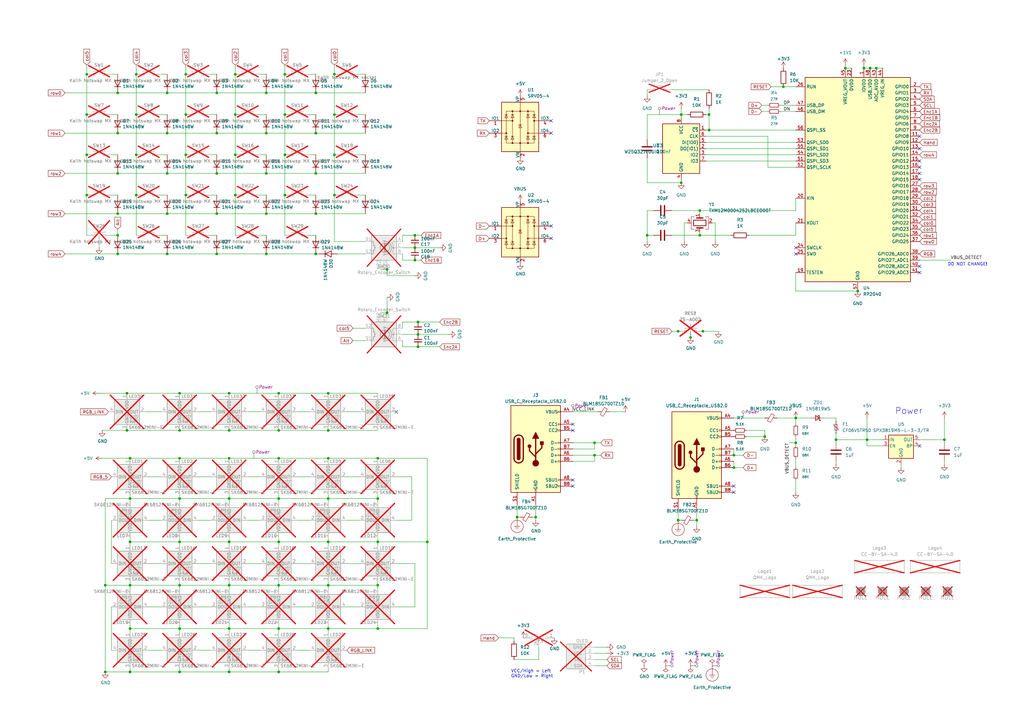
<source format=kicad_sch>
(kicad_sch (version 20231120) (generator "eeschema") (generator_version "8.0")
  (paper "A3")
  (title_block (title "Lotus 58 EZ") (date "2024-04-02") (rev "v1.0.0") (company "Markus Knutsson <markus.knutsson@tweety.se>") (comment 1 "https://github.com/TweetyDaBird") (comment 2 "Licensed under Creative Commons BY-SA 4.0 International "))
  (junction (at 356.87 27.94))
  (junction (at 116.84 46.99))
  (junction (at 48.26 96.52))
  (junction (at 73.66 275.59))
  (junction (at 129.54 87.63))
  (junction (at 212.09 212.09))
  (junction (at 73.66 222.25))
  (junction (at 175.26 222.25))
  (junction (at 114.3 257.81))
  (junction (at 43.18 275.59))
  (junction (at 93.98 222.25))
  (junction (at 326.39 171.45))
  (junction (at 88.9 104.14))
  (junction (at 137.16 46.99))
  (junction (at 93.98 176.53))
  (junction (at 114.3 204.47))
  (junction (at 243.84 186.69))
  (junction (at 55.88 80.01))
  (junction (at 497.84 251.46))
  (junction (at 93.98 187.96))
  (junction (at 170.18 101.6))
  (junction (at 76.2 80.01))
  (junction (at 171.45 142.24))
  (junction (at 171.45 137.16))
  (junction (at 109.22 54.61))
  (junction (at 486.41 241.3))
  (junction (at 129.54 54.61))
  (junction (at 53.34 187.96))
  (junction (at 73.66 257.81))
  (junction (at 154.94 187.96))
  (junction (at 48.26 104.14))
  (junction (at 346.71 27.94))
  (junction (at 93.98 275.59))
  (junction (at 109.22 38.1))
  (junction (at 109.22 71.12))
  (junction (at 158.75 128.27))
  (junction (at 116.84 30.48))
  (junction (at 55.88 46.99))
  (junction (at 463.55 241.3))
  (junction (at 96.52 30.48))
  (junction (at 290.83 53.34))
  (junction (at 68.58 71.12))
  (junction (at 35.56 46.99))
  (junction (at 474.98 241.3))
  (junction (at 520.7 251.46))
  (junction (at 154.94 240.03))
  (junction (at 48.26 38.1))
  (junction (at 114.3 161.29))
  (junction (at 73.66 176.53))
  (junction (at 55.88 30.48))
  (junction (at 158.75 110.49))
  (junction (at 543.56 251.46))
  (junction (at 48.26 71.12))
  (junction (at 313.69 179.07))
  (junction (at 342.9 180.34))
  (junction (at 300.99 186.69))
  (junction (at 73.66 161.29))
  (junction (at 137.16 63.5))
  (junction (at 68.58 54.61))
  (junction (at 96.52 80.01))
  (junction (at 509.27 251.46))
  (junction (at 73.66 187.96))
  (junction (at 355.6 180.34))
  (junction (at 53.34 222.25))
  (junction (at 68.58 38.1))
  (junction (at 290.83 46.99))
  (junction (at 48.26 87.63))
  (junction (at 170.18 106.68))
  (junction (at 154.94 222.25))
  (junction (at 52.07 161.29))
  (junction (at 287.02 86.36))
  (junction (at 114.3 187.96))
  (junction (at 55.88 63.5))
  (junction (at 35.56 30.48))
  (junction (at 154.94 257.81))
  (junction (at 48.26 54.61))
  (junction (at 109.22 104.14))
  (junction (at 454.66 241.3))
  (junction (at 171.45 132.08))
  (junction (at 53.34 240.03))
  (junction (at 53.34 275.59))
  (junction (at 278.13 135.89))
  (junction (at 88.9 54.61))
  (junction (at 243.84 181.61))
  (junction (at 354.33 27.94))
  (junction (at 35.56 63.5))
  (junction (at 509.27 241.3))
  (junction (at 68.58 104.14))
  (junction (at 76.2 63.5))
  (junction (at 114.3 176.53))
  (junction (at 134.62 257.81))
  (junction (at 387.35 180.34))
  (junction (at 134.62 222.25))
  (junction (at 300.99 191.77))
  (junction (at 53.34 257.81))
  (junction (at 287.02 96.52))
  (junction (at 170.18 96.52))
  (junction (at 109.22 87.63))
  (junction (at 134.62 176.53))
  (junction (at 73.66 204.47))
  (junction (at 93.98 240.03))
  (junction (at 534.67 251.46))
  (junction (at 134.62 187.96))
  (junction (at 88.9 38.1))
  (junction (at 129.54 71.12))
  (junction (at 265.43 96.52))
  (junction (at 278.13 213.36))
  (junction (at 219.71 212.09))
  (junction (at 134.62 204.47))
  (junction (at 129.54 38.1))
  (junction (at 116.84 63.5))
  (junction (at 129.54 104.14))
  (junction (at 52.07 176.53))
  (junction (at 43.18 240.03))
  (junction (at 134.62 240.03))
  (junction (at 283.21 138.43))
  (junction (at 326.39 181.61))
  (junction (at 154.94 204.47))
  (junction (at 53.34 204.47))
  (junction (at 497.84 241.3))
  (junction (at 114.3 222.25))
  (junction (at 279.4 74.93))
  (junction (at 76.2 30.48))
  (junction (at 543.56 241.3))
  (junction (at 93.98 204.47))
  (junction (at 96.52 63.5))
  (junction (at 76.2 46.99))
  (junction (at 359.41 27.94))
  (junction (at 554.99 241.3))
  (junction (at 93.98 257.81))
  (junction (at 96.52 46.99))
  (junction (at 285.75 213.36))
  (junction (at 88.9 71.12))
  (junction (at 134.62 161.29))
  (junction (at 474.98 251.46))
  (junction (at 288.29 135.89))
  (junction (at 321.31 35.56))
  (junction (at 114.3 240.03))
  (junction (at 93.98 161.29))
  (junction (at 137.16 30.48))
  (junction (at 88.9 87.63))
  (junction (at 137.16 80.01))
  (junction (at 114.3 275.59))
  (junction (at 35.56 80.01))
  (junction (at 351.79 119.38))
  (junction (at 463.55 251.46))
  (junction (at 279.4 46.99))
  (junction (at 68.58 87.63))
  (junction (at 486.41 251.46))
  (junction (at 116.84 80.01))
  (junction (at 73.66 240.03))
  (no_connect (at 377.19 55.88))
  (no_connect (at 162.56 168.91))
  (no_connect (at 377.19 71.12))
  (no_connect (at 377.19 111.76))
  (no_connect (at 300.99 199.39))
  (no_connect (at 377.19 66.04))
  (no_connect (at 226.06 97.79))
  (no_connect (at 234.95 173.99))
  (no_connect (at 234.95 176.53))
  (no_connect (at 226.06 54.61))
  (no_connect (at 226.06 49.53))
  (no_connect (at 234.95 196.85))
  (no_connect (at 326.39 104.14))
  (no_connect (at 234.95 199.39))
  (no_connect (at 377.19 60.96))
  (no_connect (at 226.06 92.71))
  (no_connect (at 377.19 182.88))
  (no_connect (at 377.19 109.22))
  (no_connect (at 377.19 68.58))
  (no_connect (at 377.19 73.66))
  (no_connect (at 300.99 201.93))
  (no_connect (at 326.39 101.6))
  (wire (pts (xy 154.94 204.47) (xy 154.94 203.2)))
  (wire (pts (xy 243.84 265.43) (xy 248.92 265.43)))
  (wire (pts (xy 134.62 204.47) (xy 134.62 203.2)))
  (wire (pts (xy 93.98 240.03) (xy 114.3 240.03)))
  (wire (pts (xy 134.62 187.96) (xy 154.94 187.96)))
  (wire (pts (xy 486.41 241.3) (xy 497.84 241.3)))
  (wire (pts (xy 387.35 171.45) (xy 387.35 180.34)))
  (wire (pts (xy 129.54 46.99) (xy 127 46.99)))
  (wire (pts (xy 180.34 101.6) (xy 170.18 101.6)))
  (wire (pts (xy 509.27 241.3) (xy 520.7 241.3)))
  (wire (pts (xy 134.62 223.52) (xy 134.62 222.25)))
  (wire (pts (xy 106.68 30.48) (xy 109.22 30.48)))
  (wire (pts (xy 287.02 96.52) (xy 299.72 96.52)))
  (wire (pts (xy 114.3 176.53) (xy 134.62 176.53)))
  (wire (pts (xy 454.66 251.46) (xy 463.55 251.46)))
  (wire (pts (xy 121.92 266.7) (xy 127 266.7)))
  (wire (pts (xy 121.92 195.58) (xy 127 195.58)))
  (wire (pts (xy 142.24 231.14) (xy 147.32 231.14)))
  (wire (pts (xy 81.28 213.36) (xy 86.36 213.36)))
  (wire (pts (xy 66.04 63.5) (xy 68.58 63.5)))
  (wire (pts (xy 81.28 248.92) (xy 86.36 248.92)))
  (wire (pts (xy 93.98 222.25) (xy 93.98 223.52)))
  (wire (pts (xy 53.34 275.59) (xy 53.34 274.32)))
  (wire (pts (xy 149.86 134.62) (xy 144.78 134.62)))
  (wire (pts (xy 289.56 55.88) (xy 314.96 55.88)))
  (wire (pts (xy 40.64 161.29) (xy 52.07 161.29)))
  (wire (pts (xy 275.59 36.83) (xy 290.83 36.83)))
  (wire (pts (xy 73.66 259.08) (xy 73.66 257.81)))
  (wire (pts (xy 342.9 180.34) (xy 355.6 180.34)))
  (wire (pts (xy 212.09 212.09) (xy 213.36 212.09)))
  (wire (pts (xy 154.94 222.25) (xy 154.94 223.52)))
  (wire (pts (xy 210.82 261.62) (xy 210.82 262.89)))
  (wire (pts (xy 60.96 213.36) (xy 66.04 213.36)))
  (wire (pts (xy 389.89 106.68) (xy 377.19 106.68)))
  (wire (pts (xy 142.24 195.58) (xy 147.32 195.58)))
  (wire (pts (xy 243.84 189.23) (xy 243.84 186.69)))
  (wire (pts (xy 175.26 187.96) (xy 154.94 187.96)))
  (wire (pts (xy 134.62 256.54) (xy 134.62 257.81)))
  (wire (pts (xy 387.35 180.34) (xy 387.35 181.61)))
  (wire (pts (xy 45.72 248.92) (xy 45.72 266.7)))
  (wire (pts (xy 265.43 39.37) (xy 265.43 36.83)))
  (wire (pts (xy 387.35 189.23) (xy 387.35 190.5)))
  (wire (pts (xy 326.39 173.99) (xy 326.39 171.45)))
  (wire (pts (xy 101.6 213.36) (xy 106.68 213.36)))
  (wire (pts (xy 26.67 104.14) (xy 48.26 104.14)))
  (wire (pts (xy 289.56 66.04) (xy 326.39 66.04)))
  (wire (pts (xy 554.99 241.3) (xy 554.99 242.57)))
  (wire (pts (xy 543.56 251.46) (xy 554.99 251.46)))
  (wire (pts (xy 101.6 231.14) (xy 106.68 231.14)))
  (wire (pts (xy 170.18 231.14) (xy 170.18 248.92)))
  (wire (pts (xy 66.04 30.48) (xy 68.58 30.48)))
  (wire (pts (xy 73.66 222.25) (xy 93.98 222.25)))
  (wire (pts (xy 287.02 87.63) (xy 287.02 86.36)))
  (wire (pts (xy 520.7 250.19) (xy 520.7 251.46)))
  (wire (pts (xy 369.57 190.5) (xy 369.57 191.77)))
  (wire (pts (xy 93.98 187.96) (xy 114.3 187.96)))
  (wire (pts (xy 48.26 80.01) (xy 45.72 80.01)))
  (wire (pts (xy 73.66 161.29) (xy 93.98 161.29)))
  (wire (pts (xy 267.97 86.36) (xy 265.43 86.36)))
  (wire (pts (xy 165.1 101.6) (xy 170.18 101.6)))
  (wire (pts (xy 265.43 96.52) (xy 265.43 99.06)))
  (wire (pts (xy 346.71 27.94) (xy 349.25 27.94)))
  (wire (pts (xy 300.99 171.45) (xy 313.69 171.45)))
  (wire (pts (xy 265.43 74.93) (xy 265.43 64.77)))
  (wire (pts (xy 88.9 96.52) (xy 86.36 96.52)))
  (wire (pts (xy 219.71 213.36) (xy 219.71 212.09)))
  (wire (pts (xy 101.6 195.58) (xy 106.68 195.58)))
  (wire (pts (xy 497.84 250.19) (xy 497.84 251.46)))
  (wire (pts (xy 129.54 54.61) (xy 149.86 54.61)))
  (wire (pts (xy 346.71 26.67) (xy 346.71 27.94)))
  (wire (pts (xy 76.2 46.99) (xy 76.2 63.5)))
  (wire (pts (xy 265.43 46.99) (xy 279.4 46.99)))
  (wire (pts (xy 355.6 171.45) (xy 355.6 180.34)))
  (wire (pts (xy 134.62 257.81) (xy 154.94 257.81)))
  (wire (pts (xy 35.56 26.67) (xy 35.56 30.48)))
  (wire (pts (xy 52.07 161.29) (xy 73.66 161.29)))
  (wire (pts (xy 86.36 30.48) (xy 88.9 30.48)))
  (wire (pts (xy 129.54 104.14) (xy 130.81 104.14)))
  (wire (pts (xy 96.52 30.48) (xy 96.52 46.99)))
  (wire (pts (xy 43.18 240.03) (xy 53.34 240.03)))
  (wire (pts (xy 73.66 222.25) (xy 73.66 223.52)))
  (wire (pts (xy 486.41 242.57) (xy 486.41 241.3)))
  (wire (pts (xy 96.52 26.67) (xy 96.52 30.48)))
  (wire (pts (xy 41.91 187.96) (xy 53.34 187.96)))
  (wire (pts (xy 76.2 63.5) (xy 76.2 80.01)))
  (wire (pts (xy 60.96 195.58) (xy 66.04 195.58)))
  (wire (pts (xy 53.34 204.47) (xy 53.34 205.74)))
  (wire (pts (xy 323.85 181.61) (xy 326.39 181.61)))
  (wire (pts (xy 279.4 73.66) (xy 279.4 74.93)))
  (wire (pts (xy 93.98 238.76) (xy 93.98 240.03)))
  (wire (pts (xy 342.9 172.72) (xy 342.9 171.45)))
  (wire (pts (xy 554.99 251.46) (xy 554.99 250.19)))
  (wire (pts (xy 300.99 184.15) (xy 300.99 186.69)))
  (wire (pts (xy 300.99 191.77) (xy 304.8 191.77)))
  (wire (pts (xy 342.9 177.8) (xy 342.9 180.34)))
  (wire (pts (xy 26.67 54.61) (xy 48.26 54.61)))
  (wire (pts (xy 48.26 54.61) (xy 68.58 54.61)))
  (wire (pts (xy 210.82 270.51) (xy 220.98 270.51)))
  (wire (pts (xy 265.43 86.36) (xy 265.43 96.52)))
  (wire (pts (xy 73.66 256.54) (xy 73.66 257.81)))
  (wire (pts (xy 171.45 137.16) (xy 165.1 137.16)))
  (wire (pts (xy 377.19 180.34) (xy 387.35 180.34)))
  (wire (pts (xy 454.66 241.3) (xy 454.66 242.57)))
  (wire (pts (xy 114.3 161.29) (xy 134.62 161.29)))
  (wire (pts (xy 45.72 63.5) (xy 48.26 63.5)))
  (wire (pts (xy 76.2 30.48) (xy 76.2 46.99)))
  (wire (pts (xy 93.98 204.47) (xy 73.66 204.47)))
  (wire (pts (xy 93.98 176.53) (xy 114.3 176.53)))
  (wire (pts (xy 281.94 46.99) (xy 279.4 46.99)))
  (wire (pts (xy 121.92 168.91) (xy 127 168.91)))
  (wire (pts (xy 114.3 204.47) (xy 114.3 203.2)))
  (wire (pts (xy 543.56 250.19) (xy 543.56 251.46)))
  (wire (pts (xy 172.72 106.68) (xy 170.18 106.68)))
  (wire (pts (xy 53.34 241.3) (xy 53.34 240.03)))
  (wire (pts (xy 68.58 104.14) (xy 88.9 104.14)))
  (wire (pts (xy 534.67 251.46) (xy 543.56 251.46)))
  (wire (pts (xy 109.22 63.5) (xy 106.68 63.5)))
  (wire (pts (xy 275.59 86.36) (xy 287.02 86.36)))
  (wire (pts (xy 48.26 93.98) (xy 48.26 96.52)))
  (wire (pts (xy 292.1 91.44) (xy 293.37 91.44)))
  (wire (pts (xy 53.34 222.25) (xy 53.34 223.52)))
  (wire (pts (xy 463.55 241.3) (xy 474.98 241.3)))
  (wire (pts (xy 275.59 96.52) (xy 287.02 96.52)))
  (wire (pts (xy 147.32 63.5) (xy 149.86 63.5)))
  (wire (pts (xy 243.84 267.97) (xy 248.92 267.97)))
  (wire (pts (xy 243.84 273.05) (xy 248.92 273.05)))
  (wire (pts (xy 76.2 80.01) (xy 76.2 96.52)))
  (wire (pts (xy 93.98 204.47) (xy 114.3 204.47)))
  (wire (pts (xy 60.96 266.7) (xy 66.04 266.7)))
  (wire (pts (xy 172.72 96.52) (xy 170.18 96.52)))
  (wire (pts (xy 114.3 222.25) (xy 114.3 223.52)))
  (wire (pts (xy 53.34 203.2) (xy 53.34 204.47)))
  (wire (pts (xy 158.75 121.92) (xy 158.75 128.27)))
  (wire (pts (xy 486.41 251.46) (xy 474.98 251.46)))
  (wire (pts (xy 68.58 71.12) (xy 88.9 71.12)))
  (wire (pts (xy 320.04 43.18) (xy 326.39 43.18)))
  (wire (pts (xy 48.26 87.63) (xy 68.58 87.63)))
  (wire (pts (xy 234.95 189.23) (xy 243.84 189.23)))
  (wire (pts (xy 96.52 63.5) (xy 96.52 80.01)))
  (wire (pts (xy 165.1 96.52) (xy 165.1 99.06)))
  (wire (pts (xy 509.27 250.19) (xy 509.27 251.46)))
  (wire (pts (xy 359.41 27.94) (xy 356.87 27.94)))
  (wire (pts (xy 149.86 139.7) (xy 144.78 139.7)))
  (wire (pts (xy 116.84 80.01) (xy 116.84 96.52)))
  (wire (pts (xy 289.56 63.5) (xy 326.39 63.5)))
  (wire (pts (xy 53.34 220.98) (xy 53.34 222.25)))
  (wire (pts (xy 165.1 132.08) (xy 171.45 132.08)))
  (wire (pts (xy 210.82 261.62) (xy 204.47 261.62)))
  (wire (pts (xy 355.6 180.34) (xy 361.95 180.34)))
  (wire (pts (xy 497.84 251.46) (xy 486.41 251.46)))
  (wire (pts (xy 73.66 176.53) (xy 93.98 176.53)))
  (wire (pts (xy 170.18 113.03) (xy 158.75 113.03)))
  (wire (pts (xy 76.2 26.67) (xy 76.2 30.48)))
  (wire (pts (xy 154.94 257.81) (xy 175.26 257.81)))
  (wire (pts (xy 463.55 250.19) (xy 463.55 251.46)))
  (wire (pts (xy 281.94 91.44) (xy 280.67 91.44)))
  (wire (pts (xy 219.71 207.01) (xy 219.71 212.09)))
  (wire (pts (xy 180.34 142.24) (xy 171.45 142.24)))
  (wire (pts (xy 543.56 241.3) (xy 554.99 241.3)))
  (wire (pts (xy 101.6 168.91) (xy 106.68 168.91)))
  (wire (pts (xy 68.58 54.61) (xy 88.9 54.61)))
  (wire (pts (xy 116.84 30.48) (xy 116.84 46.99)))
  (wire (pts (xy 73.66 275.59) (xy 53.34 275.59)))
  (wire (pts (xy 96.52 46.99) (xy 96.52 63.5)))
  (wire (pts (xy 147.32 80.01) (xy 149.86 80.01)))
  (wire (pts (xy 114.3 204.47) (xy 134.62 204.47)))
  (wire (pts (xy 265.43 57.15) (xy 265.43 46.99)))
  (wire (pts (xy 137.16 30.48) (xy 137.16 46.99)))
  (wire (pts (xy 300.99 186.69) (xy 304.8 186.69)))
  (wire (pts (xy 326.39 187.96) (xy 326.39 191.77)))
  (wire (pts (xy 81.28 168.91) (xy 86.36 168.91)))
  (wire (pts (xy 114.3 275.59) (xy 93.98 275.59)))
  (wire (pts (xy 106.68 80.01) (xy 109.22 80.01)))
  (wire (pts (xy 116.84 46.99) (xy 116.84 63.5)))
  (wire (pts (xy 93.98 275.59) (xy 93.98 274.32)))
  (wire (pts (xy 68.58 46.99) (xy 66.04 46.99)))
  (wire (pts (xy 114.3 257.81) (xy 114.3 256.54)))
  (wire (pts (xy 81.28 231.14) (xy 86.36 231.14)))
  (wire (pts (xy 88.9 87.63) (xy 109.22 87.63)))
  (wire (pts (xy 93.98 259.08) (xy 93.98 257.81)))
  (wire (pts (xy 326.39 181.61) (xy 326.39 179.07)))
  (wire (pts (xy 116.84 63.5) (xy 116.84 80.01)))
  (wire (pts (xy 162.56 248.92) (xy 170.18 248.92)))
  (wire (pts (xy 114.3 240.03) (xy 134.62 240.03)))
  (wire (pts (xy 55.88 26.67) (xy 55.88 30.48)))
  (wire (pts (xy 158.75 128.27) (xy 156.21 128.27)))
  (wire (pts (xy 96.52 80.01) (xy 96.52 96.52)))
  (wire (pts (xy 156.21 110.49) (xy 158.75 110.49)))
  (wire (pts (xy 290.83 44.45) (xy 290.83 46.99)))
  (wire (pts (xy 59.69 168.91) (xy 66.04 168.91)))
  (wire (pts (xy 312.42 43.18) (xy 314.96 43.18)))
  (wire (pts (xy 114.3 259.08) (xy 114.3 257.81)))
  (wire (pts (xy 26.67 87.63) (xy 48.26 87.63)))
  (wire (pts (xy 454.66 250.19) (xy 454.66 251.46)))
  (wire (pts (xy 60.96 248.92) (xy 66.04 248.92)))
  (wire (pts (xy 129.54 96.52) (xy 127 96.52)))
  (wire (pts (xy 86.36 46.99) (xy 88.9 46.99)))
  (wire (pts (xy 154.94 238.76) (xy 154.94 240.03)))
  (wire (pts (xy 121.92 248.92) (xy 127 248.92)))
  (wire (pts (xy 109.22 96.52) (xy 106.68 96.52)))
  (wire (pts (xy 93.98 204.47) (xy 93.98 205.74)))
  (wire (pts (xy 134.62 275.59) (xy 114.3 275.59)))
  (wire (pts (xy 154.94 222.25) (xy 154.94 220.98)))
  (wire (pts (xy 41.91 176.53) (xy 52.07 176.53)))
  (wire (pts (xy 114.3 205.74) (xy 114.3 204.47)))
  (wire (pts (xy 147.32 30.48) (xy 149.86 30.48)))
  (wire (pts (xy 486.41 250.19) (xy 486.41 251.46)))
  (wire (pts (xy 154.94 204.47) (xy 154.94 205.74)))
  (wire (pts (xy 290.83 53.34) (xy 289.56 53.34)))
  (wire (pts (xy 134.62 205.74) (xy 134.62 204.47)))
  (wire (pts (xy 454.66 241.3) (xy 463.55 241.3)))
  (wire (pts (xy 101.6 248.92) (xy 106.68 248.92)))
  (wire (pts (xy 243.84 181.61) (xy 243.84 184.15)))
  (wire (pts (xy 73.66 187.96) (xy 93.98 187.96)))
  (wire (pts (xy 256.54 168.91) (xy 250.19 168.91)))
  (wire (pts (xy 165.1 106.68) (xy 170.18 106.68)))
  (wire (pts (xy 134.62 240.03) (xy 154.94 240.03)))
  (wire (pts (xy 93.98 222.25) (xy 93.98 220.98)))
  (wire (pts (xy 81.28 266.7) (xy 86.36 266.7)))
  (wire (pts (xy 45.72 231.14) (xy 45.72 213.36)))
  (wire (pts (xy 290.83 46.99) (xy 290.83 53.34)))
  (wire (pts (xy 134.62 161.29) (xy 154.94 161.29)))
  (wire (pts (xy 275.59 135.89) (xy 278.13 135.89)))
  (wire (pts (xy 165.1 132.08) (xy 165.1 134.62)))
  (wire (pts (xy 134.62 176.53) (xy 154.94 176.53)))
  (wire (pts (xy 48.26 104.14) (xy 68.58 104.14)))
  (wire (pts (xy 101.6 266.7) (xy 106.68 266.7)))
  (wire (pts (xy 73.66 275.59) (xy 73.66 274.32)))
  (wire (pts (xy 129.54 30.48) (xy 127 30.48)))
  (wire (pts (xy 355.6 182.88) (xy 355.6 180.34)))
  (wire (pts (xy 279.4 44.45) (xy 279.4 46.99)))
  (wire (pts (xy 175.26 222.25) (xy 154.94 222.25)))
  (wire (pts (xy 53.34 204.47) (xy 43.18 204.47)))
  (wire (pts (xy 243.84 184.15) (xy 234.95 184.15)))
  (wire (pts (xy 285.75 213.36) (xy 285.75 209.55)))
  (wire (pts (xy 312.42 45.72) (xy 314.96 45.72)))
  (wire (pts (xy 88.9 80.01) (xy 86.36 80.01)))
  (wire (pts (xy 109.22 54.61) (xy 129.54 54.61)))
  (wire (pts (xy 149.86 104.14) (xy 138.43 104.14)))
  (wire (pts (xy 534.67 242.57) (xy 534.67 241.3)))
  (wire (pts (xy 129.54 71.12) (xy 149.86 71.12)))
  (wire (pts (xy 73.66 204.47) (xy 73.66 203.2)))
  (wire (pts (xy 300.99 189.23) (xy 300.99 191.77)))
  (wire (pts (xy 326.39 119.38) (xy 326.39 111.76)))
  (wire (pts (xy 497.84 241.3) (xy 509.27 241.3)))
  (wire (pts (xy 284.48 213.36) (xy 285.75 213.36)))
  (wire (pts (xy 184.15 137.16) (xy 171.45 137.16)))
  (wire (pts (xy 326.39 171.45) (xy 332.74 171.45)))
  (wire (pts (xy 497.84 242.57) (xy 497.84 241.3)))
  (wire (pts (xy 175.26 257.81) (xy 175.26 222.25)))
  (wire (pts (xy 53.34 187.96) (xy 73.66 187.96)))
  (wire (pts (xy 287.02 86.36) (xy 326.39 86.36)))
  (wire (pts (xy 290.83 53.34) (xy 326.39 53.34)))
  (wire (pts (xy 26.67 38.1) (xy 48.26 38.1)))
  (wire (pts (xy 158.75 113.03) (xy 158.75 110.49)))
  (wire (pts (xy 137.16 63.5) (xy 137.16 80.01)))
  (wire (pts (xy 243.84 181.61) (xy 246.38 181.61)))
  (wire (pts (xy 134.62 259.08) (xy 134.62 257.81)))
  (wire (pts (xy 149.86 46.99) (xy 147.32 46.99)))
  (wire (pts (xy 53.34 204.47) (xy 73.66 204.47)))
  (wire (pts (xy 114.3 238.76) (xy 114.3 240.03)))
  (wire (pts (xy 218.44 212.09) (xy 219.71 212.09)))
  (wire (pts (xy 73.66 238.76) (xy 73.66 240.03)))
  (wire (pts (xy 134.62 204.47) (xy 154.94 204.47)))
  (wire (pts (xy 154.94 257.81) (xy 154.94 256.54)))
  (wire (pts (xy 361.95 182.88) (xy 355.6 182.88)))
  (wire (pts (xy 342.9 181.61) (xy 342.9 180.34)))
  (wire (pts (xy 88.9 104.14) (xy 109.22 104.14)))
  (wire (pts (xy 109.22 71.12) (xy 129.54 71.12)))
  (wire (pts (xy 243.84 186.69) (xy 246.38 186.69)))
  (wire (pts (xy 114.3 222.25) (xy 134.62 222.25)))
  (wire (pts (xy 134.62 275.59) (xy 134.62 274.32)))
  (wire (pts (xy 326.39 96.52) (xy 326.39 91.44)))
  (wire (pts (xy 307.34 96.52) (xy 326.39 96.52)))
  (wire (pts (xy 267.97 96.52) (xy 265.43 96.52)))
  (wire (pts (xy 534.67 241.3) (xy 543.56 241.3)))
  (wire (pts (xy 180.34 132.08) (xy 171.45 132.08)))
  (wire (pts (xy 134.62 222.25) (xy 134.62 220.98)))
  (wire (pts (xy 175.26 222.25) (xy 175.26 187.96)))
  (wire (pts (xy 162.56 231.14) (xy 170.18 231.14)))
  (wire (pts (xy 168.91 195.58) (xy 168.91 213.36)))
  (wire (pts (xy 293.37 91.44) (xy 293.37 99.06)))
  (wire (pts (xy 443.23 196.85) (xy 445.77 196.85)))
  (wire (pts (xy 88.9 71.12) (xy 109.22 71.12)))
  (wire (pts (xy 342.9 189.23) (xy 342.9 190.5)))
  (wire (pts (xy 520.7 242.57) (xy 520.7 241.3)))
  (wire (pts (xy 93.98 203.2) (xy 93.98 204.47)))
  (wire (pts (xy 509.27 242.57) (xy 509.27 241.3)))
  (wire (pts (xy 88.9 38.1) (xy 109.22 38.1)))
  (wire (pts (xy 55.88 80.01) (xy 55.88 96.52)))
  (wire (pts (xy 73.66 222.25) (xy 73.66 220.98)))
  (wire (pts (xy 73.66 205.74) (xy 73.66 204.47)))
  (wire (pts (xy 285.75 215.9) (xy 285.75 213.36)))
  (wire (pts (xy 337.82 171.45) (xy 342.9 171.45)))
  (wire (pts (xy 316.23 35.56) (xy 321.31 35.56)))
  (wire (pts (xy 93.98 241.3) (xy 93.98 240.03)))
  (wire (pts (xy 52.07 176.53) (xy 73.66 176.53)))
  (wire (pts (xy 278.13 213.36) (xy 278.13 209.55)))
  (wire (pts (xy 81.28 195.58) (xy 86.36 195.58)))
  (wire (pts (xy 134.62 222.25) (xy 154.94 222.25)))
  (wire (pts (xy 351.79 119.38) (xy 326.39 119.38)))
  (wire (pts (xy 306.07 176.53) (xy 313.69 176.53)))
  (wire (pts (xy 294.64 135.89) (xy 288.29 135.89)))
  (wire (pts (xy 93.98 257.81) (xy 93.98 256.54)))
  (wire (pts (xy 68.58 38.1) (xy 88.9 38.1)))
  (wire (pts (xy 43.18 275.59) (xy 53.34 275.59)))
  (wire (pts (xy 43.18 204.47) (xy 43.18 240.03)))
  (wire (pts (xy 60.96 231.14) (xy 66.04 231.14)))
  (wire (pts (xy 53.34 256.54) (xy 53.34 257.81)))
  (wire (pts (xy 314.96 68.58) (xy 326.39 68.58)))
  (wire (pts (xy 289.56 60.96) (xy 326.39 60.96)))
  (wire (pts (xy 35.56 46.99) (xy 35.56 63.5)))
  (wire (pts (xy 278.13 213.36) (xy 279.4 213.36)))
  (wire (pts (xy 162.56 213.36) (xy 168.91 213.36)))
  (wire (pts (xy 142.24 248.92) (xy 147.32 248.92)))
  (wire (pts (xy 53.34 259.08) (xy 53.34 257.81)))
  (wire (pts (xy 93.98 222.25) (xy 114.3 222.25)))
  (wire (pts (xy 165.1 142.24) (xy 171.45 142.24)))
  (wire (pts (xy 245.11 168.91) (xy 234.95 168.91)))
  (wire (pts (xy 73.66 257.81) (xy 93.98 257.81)))
  (wire (pts (xy 35.56 80.01) (xy 35.56 96.52)))
  (wire (pts (xy 73.66 240.03) (xy 93.98 240.03)))
  (wire (pts (xy 121.92 213.36) (xy 127 213.36)))
  (wire (pts (xy 116.84 26.67) (xy 116.84 30.48)))
  (wire (pts (xy 137.16 46.99) (xy 137.16 63.5)))
  (wire (pts (xy 280.67 91.44) (xy 280.67 99.06)))
  (wire (pts (xy 137.16 26.67) (xy 137.16 30.48)))
  (wire (pts (xy 137.16 80.01) (xy 137.16 99.06)))
  (wire (pts (xy 474.98 251.46) (xy 463.55 251.46)))
  (wire (pts (xy 212.09 207.01) (xy 212.09 212.09)))
  (wire (pts (xy 93.98 275.59) (xy 73.66 275.59)))
  (wire (pts (xy 129.54 38.1) (xy 149.86 38.1)))
  (wire (pts (xy 114.3 187.96) (xy 134.62 187.96)))
  (wire (pts (xy 114.3 275.59) (xy 114.3 274.32)))
  (wire (pts (xy 534.67 251.46) (xy 534.67 252.73)))
  (wire (pts (xy 48.26 38.1) (xy 68.58 38.1)))
  (wire (pts (xy 243.84 270.51) (xy 248.92 270.51)))
  (wire (pts (xy 356.87 27.94) (xy 354.33 27.94)))
  (wire (pts (xy 474.98 241.3) (xy 486.41 241.3)))
  (wire (pts (xy 129.54 87.63) (xy 149.86 87.63)))
  (wire (pts (xy 114.3 257.81) (xy 134.62 257.81)))
  (wire (pts (xy 68.58 87.63) (xy 88.9 87.63)))
  (wire (pts (xy 134.62 241.3) (xy 134.62 240.03)))
  (wire (pts (xy 68.58 80.01) (xy 66.04 80.01)))
  (wire (pts (xy 313.69 176.53) (xy 313.69 179.07)))
  (wire (pts (xy 287.02 95.25) (xy 287.02 96.52)))
  (wire (pts (xy 509.27 251.46) (xy 520.7 251.46)))
  (wire (pts (xy 53.34 240.03) (xy 73.66 240.03)))
  (wire (pts (xy 55.88 63.5) (xy 55.88 80.01)))
  (wire (pts (xy 165.1 106.68) (xy 165.1 104.14)))
  (wire (pts (xy 121.92 231.14) (xy 127 231.14)))
  (wire (pts (xy 320.04 45.72) (xy 326.39 45.72)))
  (wire (pts (xy 129.54 63.5) (xy 127 63.5)))
  (wire (pts (xy 137.16 99.06) (xy 149.86 99.06)))
  (wire (pts (xy 318.77 171.45) (xy 326.39 171.45)))
  (wire (pts (xy 68.58 96.52) (xy 66.04 96.52)))
  (wire (pts (xy 326.39 86.36) (xy 326.39 81.28)))
  (wire (pts (xy 474.98 250.19) (xy 474.98 251.46)))
  (wire (pts (xy 326.39 182.88) (xy 326.39 181.61)))
  (wire (pts (xy 361.95 27.94) (xy 359.41 27.94)))
  (wire (pts (xy 48.26 46.99) (xy 45.72 46.99)))
  (wire (pts (xy 520.7 251.46) (xy 520.7 252.73)))
  (wire (pts (xy 114.3 240.03) (xy 114.3 241.3)))
  (wire (pts (xy 543.56 242.57) (xy 543.56 241.3)))
  (wire (pts (xy 321.31 35.56) (xy 326.39 35.56)))
  (wire (pts (xy 43.18 240.03) (xy 43.18 275.59)))
  (wire (pts (xy 109.22 46.99) (xy 106.68 46.99)))
  (wire (pts (xy 86.36 63.5) (xy 88.9 63.5)))
  (wire (pts (xy 142.24 168.91) (xy 147.32 168.91)))
  (wire (pts (xy 48.26 30.48) (xy 45.72 30.48)))
  (wire (pts (xy 170.18 96.52) (xy 165.1 96.52)))
  (wire (pts (xy 162.56 195.58) (xy 168.91 195.58)))
  (wire (pts (xy 93.98 257.81) (xy 114.3 257.81)))
  (wire (pts (xy 234.95 186.69) (xy 243.84 186.69)))
  (wire (pts (xy 109.22 104.14) (xy 129.54 104.14)))
  (wire (pts (xy 48.26 71.12) (xy 68.58 71.12)))
  (wire (pts (xy 129.54 80.01) (xy 127 80.01)))
  (wire (pts (xy 109.22 87.63) (xy 129.54 87.63)))
  (wire (pts (xy 306.07 179.07) (xy 313.69 179.07)))
  (wire (pts (xy 265.43 74.93) (xy 279.4 74.93)))
  (wire (pts (xy 53.34 222.25) (xy 73.66 222.25)))
  (wire (pts (xy 55.88 30.48) (xy 55.88 46.99)))
  (wire (pts (xy 26.67 71.12) (xy 48.26 71.12)))
  (wire (pts (xy 73.66 240.03) (xy 73.66 241.3)))
  (wire (pts (xy 53.34 257.81) (xy 73.66 257.81)))
  (wire (pts (xy 114.3 222.25) (xy 114.3 220.98)))
  (wire (pts (xy 290.83 46.99) (xy 289.56 46.99)))
  (wire (pts (xy 474.98 242.57) (xy 474.98 241.3)))
  (wire (pts (xy 314.96 55.88) (xy 314.96 68.58)))
  (wire (pts (xy 534.67 250.19) (xy 534.67 251.46)))
  (wire (pts (xy 354.33 26.67) (xy 354.33 27.94)))
  (wire (pts (xy 88.9 54.61) (xy 109.22 54.61)))
  (wire (pts (xy 165.1 142.24) (xy 165.1 139.7)))
  (wire (pts (xy 509.27 251.46) (xy 497.84 251.46)))
  (wire (pts (xy 326.39 201.93) (xy 326.39 196.85)))
  (wire (pts (xy 463.55 242.57) (xy 463.55 241.3)))
  (wire (pts (xy 53.34 238.76) (xy 53.34 240.03)))
  (wire (pts (xy 93.98 161.29) (xy 114.3 161.29)))
  (wire (pts (xy 45.72 96.52) (xy 48.26 96.52)))
  (wire (pts (xy 234.95 181.61) (xy 243.84 181.61)))
  (wire (pts (xy 154.94 240.03) (xy 154.94 241.3)))
  (wire (pts (xy 35.56 30.48) (xy 35.56 46.99)))
  (wire (pts (xy 109.22 38.1) (xy 129.54 38.1)))
  (wire (pts (xy 220.98 265.43) (xy 220.98 270.51)))
  (wire (pts (xy 55.88 46.99) (xy 55.88 63.5)))
  (wire (pts (xy 279.4 46.99) (xy 279.4 48.26)))
  (wire (pts (xy 35.56 63.5) (xy 35.56 80.01)))
  (wire (pts (xy 134.62 238.76) (xy 134.62 240.03)))
  (wire (pts (xy 289.56 58.42) (xy 326.39 58.42)))
  (wire (pts (xy 142.24 213.36) (xy 147.32 213.36)))
  (text "Power" (at 367.03 170.18 0) (effects (font (size 2.54 2.54)) (justify left bottom)))
  (text "VCC/High = Left\nGND/Low = Right" (at 209.55 278.13 0) (effects (font (size 1.27 1.27)) (justify left bottom)))
  (text "DO NOT CHANGE!" (at 388.62 109.22 0) (effects (font (size 1.27 1.27)) (justify left bottom)))
  (label "VCC_LINK" (at 234.95 168.91 0))
  (label "VBUS_DETECT" (at 323.85 181.61 270))
  (label "DN" (at 321.31 45.72 0))
  (label "DP" (at 321.31 43.18 0))
  (label "VBUS_DETECT" (at 389.89 106.68 0))
  (global_label "Alt" (shape input) (at 48.26 93.98 90) (property "Intersheetrefs" "${INTERSHEET_REFS}" (effects (hide yes))))
  (global_label "D-" (shape input) (at 312.42 45.72 180) (property "Intersheetrefs" "${INTERSHEET_REFS}" (effects (hide yes))))
  (global_label "Enc2B" (shape input) (at 377.19 53.34 0) (property "Intersheetrefs" "${INTERSHEET_REFS}" (effects (hide yes))))
  (global_label "col2" (shape input) (at 377.19 81.28 0) (property "Intersheetrefs" "${INTERSHEET_REFS}" (effects (hide yes))))
  (global_label "RGB" (shape input) (at 443.23 196.85 180) (property "Intersheetrefs" "${INTERSHEET_REFS}" (effects (hide yes))))
  (global_label "RESET" (shape input) (at 275.59 135.89 180) (property "Intersheetrefs" "${INTERSHEET_REFS}" (effects (hide yes))))
  (global_label "row2" (shape input) (at 377.19 78.74 0) (property "Intersheetrefs" "${INTERSHEET_REFS}" (effects (hide yes))))
  (global_label "D+" (shape input) (at 312.42 43.18 180) (property "Intersheetrefs" "${INTERSHEET_REFS}" (effects (hide yes))))
  (global_label "RGB_5" (shape input) (at 461.01 196.85 0) (property "Intersheetrefs" "${INTERSHEET_REFS}" (effects (hide yes))))
  (global_label "Enc1A" (shape input) (at 172.72 96.52 0) (property "Intersheetrefs" "${INTERSHEET_REFS}" (effects (hide yes))))
  (global_label "RGB_5" (shape input) (at 45.72 195.58 180) (property "Intersheetrefs" "${INTERSHEET_REFS}" (effects (hide yes))))
  (global_label "col4" (shape input) (at 55.88 26.67 90) (property "Intersheetrefs" "${INTERSHEET_REFS}" (effects (hide yes))))
  (global_label "row1" (shape input) (at 377.19 96.52 0) (property "Intersheetrefs" "${INTERSHEET_REFS}" (effects (hide yes))))
  (global_label "Enc1A" (shape input) (at 377.19 45.72 0) (property "Intersheetrefs" "${INTERSHEET_REFS}" (effects (hide yes))))
  (global_label "TX" (shape input) (at 246.38 181.61 0) (property "Intersheetrefs" "${INTERSHEET_REFS}" (effects (hide yes))))
  (global_label "TX" (shape input) (at 200.66 49.53 180) (property "Intersheetrefs" "${INTERSHEET_REFS}" (effects (hide yes))))
  (global_label "D-" (shape input) (at 304.8 186.69 0) (property "Intersheetrefs" "${INTERSHEET_REFS}" (effects (hide yes))))
  (global_label "row3" (shape input) (at 26.67 87.63 180) (property "Intersheetrefs" "${INTERSHEET_REFS}" (effects (hide yes))))
  (global_label "row3" (shape input) (at 377.19 76.2 0) (property "Intersheetrefs" "${INTERSHEET_REFS}" (effects (hide yes))))
  (global_label "SCL" (shape input) (at 377.19 43.18 0) (property "Intersheetrefs" "${INTERSHEET_REFS}" (effects (hide yes))))
  (global_label "Enc2A" (shape input) (at 377.19 50.8 0) (property "Intersheetrefs" "${INTERSHEET_REFS}" (effects (hide yes))))
  (global_label "RX" (shape input) (at 200.66 54.61 180) (property "Intersheetrefs" "${INTERSHEET_REFS}" (effects (hide yes))))
  (global_label "SDA" (shape input) (at 248.92 273.05 0) (property "Intersheetrefs" "${INTERSHEET_REFS}" (effects (hide yes))))
  (global_label "RX" (shape input) (at 377.19 38.1 0) (property "Intersheetrefs" "${INTERSHEET_REFS}" (effects (hide yes))))
  (global_label "Enc2A" (shape input) (at 180.34 142.24 0) (property "Intersheetrefs" "${INTERSHEET_REFS}" (effects (hide yes))))
  (global_label "col4" (shape input) (at 377.19 86.36 0) (property "Intersheetrefs" "${INTERSHEET_REFS}" (effects (hide yes))))
  (global_label "RESET" (shape input) (at 316.23 35.56 180) (property "Intersheetrefs" "${INTERSHEET_REFS}" (effects (hide yes))))
  (global_label "row1" (shape input) (at 26.67 54.61 180) (property "Intersheetrefs" "${INTERSHEET_REFS}" (effects (hide yes))))
  (global_label "TX" (shape input) (at 377.19 35.56 0) (property "Intersheetrefs" "${INTERSHEET_REFS}" (effects (hide yes))))
  (global_label "row2" (shape input) (at 26.67 71.12 180) (property "Intersheetrefs" "${INTERSHEET_REFS}" (effects (hide yes))))
  (global_label "col5" (shape input) (at 144.78 134.62 180) (property "Intersheetrefs" "${INTERSHEET_REFS}" (effects (hide yes))))
  (global_label "col5" (shape input) (at 35.56 26.67 90) (property "Intersheetrefs" "${INTERSHEET_REFS}" (effects (hide yes))))
  (global_label "D-" (shape input) (at 200.66 92.71 180) (property "Intersheetrefs" "${INTERSHEET_REFS}" (effects (hide yes))))
  (global_label "col0" (shape input) (at 377.19 91.44 0) (property "Intersheetrefs" "${INTERSHEET_REFS}" (effects (hide yes))))
  (global_label "col3" (shape input) (at 76.2 26.67 90) (property "Intersheetrefs" "${INTERSHEET_REFS}" (effects (hide yes))))
  (global_label "D+" (shape input) (at 200.66 97.79 180) (property "Intersheetrefs" "${INTERSHEET_REFS}" (effects (hide yes))))
  (global_label "Enc1B" (shape input) (at 377.19 48.26 0) (property "Intersheetrefs" "${INTERSHEET_REFS}" (effects (hide yes))))
  (global_label "Enc1B" (shape input) (at 172.72 106.68 0) (property "Intersheetrefs" "${INTERSHEET_REFS}" (effects (hide yes))))
  (global_label "SCL" (shape input) (at 248.92 270.51 0) (property "Intersheetrefs" "${INTERSHEET_REFS}" (effects (hide yes))))
  (global_label "Hand" (shape input) (at 377.19 58.42 0) (property "Intersheetrefs" "${INTERSHEET_REFS}" (effects (hide yes))))
  (global_label "row0" (shape input) (at 26.67 38.1 180) (property "Intersheetrefs" "${INTERSHEET_REFS}" (effects (hide yes))))
  (global_label "SDA" (shape input) (at 377.19 40.64 0) (property "Intersheetrefs" "${INTERSHEET_REFS}" (effects (hide yes))))
  (global_label "RGB_LINK" (shape input) (at 44.45 168.91 180) (property "Intersheetrefs" "${INTERSHEET_REFS}" (effects (hide yes))))
  (global_label "Alt" (shape input) (at 144.78 139.7 180) (property "Intersheetrefs" "${INTERSHEET_REFS}" (effects (hide yes))))
  (global_label "col5" (shape input) (at 377.19 93.98 0) (property "Intersheetrefs" "${INTERSHEET_REFS}" (effects (hide yes))))
  (global_label "RGB" (shape input) (at 377.19 104.14 0) (property "Intersheetrefs" "${INTERSHEET_REFS}" (effects (hide yes))))
  (global_label "row4" (shape input) (at 26.67 104.14 180) (property "Intersheetrefs" "${INTERSHEET_REFS}" (effects (hide yes))))
  (global_label "row0" (shape input) (at 377.19 99.06 0) (property "Intersheetrefs" "${INTERSHEET_REFS}" (effects (hide yes))))
  (global_label "col1" (shape input) (at 377.19 88.9 0) (property "Intersheetrefs" "${INTERSHEET_REFS}" (effects (hide yes))))
  (global_label "col1" (shape input) (at 116.84 26.67 90) (property "Intersheetrefs" "${INTERSHEET_REFS}" (effects (hide yes))))
  (global_label "col0" (shape input) (at 137.16 26.67 90) (property "Intersheetrefs" "${INTERSHEET_REFS}" (effects (hide yes))))
  (global_label "Hand" (shape input) (at 204.47 261.62 180) (property "Intersheetrefs" "${INTERSHEET_REFS}" (effects (hide yes))))
  (global_label "RGB_LINK" (shape input) (at 142.24 266.7 0) (property "Intersheetrefs" "${INTERSHEET_REFS}" (effects (hide yes))))
  (global_label "col2" (shape input) (at 96.52 26.67 90) (property "Intersheetrefs" "${INTERSHEET_REFS}" (effects (hide yes))))
  (global_label "D+" (shape input) (at 304.8 191.77 0) (property "Intersheetrefs" "${INTERSHEET_REFS}" (effects (hide yes))))
  (global_label "row4" (shape input) (at 377.19 63.5 0) (property "Intersheetrefs" "${INTERSHEET_REFS}" (effects (hide yes))))
  (global_label "RX" (shape input) (at 246.38 186.69 0) (property "Intersheetrefs" "${INTERSHEET_REFS}" (effects (hide yes))))
  (global_label "col3" (shape input) (at 377.19 83.82 0) (property "Intersheetrefs" "${INTERSHEET_REFS}" (effects (hide yes))))
  (global_label "Enc2B" (shape input) (at 180.34 132.08 0) (property "Intersheetrefs" "${INTERSHEET_REFS}" (effects (hide yes))))
  (netclass_flag "" (length 2.54) (shape round) (at 283.21 273.05 270) (property "Netclass" "Power" (at 285.75 272.4404 90) (effects (font (italic yes)) (justify left))))
  (netclass_flag "" (length 2.54) (shape round) (at 104.14 187.96 0) (property "Netclass" "Power" (at 104.7496 185.42 0) (effects (font (italic yes)) (justify left))))
  (netclass_flag "" (length 2.54) (shape round) (at 270.51 46.99 0) (property "Netclass" "Power" (at 271.2085 44.45 0) (effects (font (italic yes)) (justify left))))
  (netclass_flag "" (length 2.54) (shape round) (at 105.41 161.29 0) (property "Netclass" "Power" (at 106.0196 158.75 0) (effects (font (italic yes)) (justify left))))
  (netclass_flag "" (length 2.54) (shape round) (at 273.05 273.05 270) (property "Netclass" "Power" (at 275.59 272.4404 90) (effects (font (italic yes)) (justify left))))
  (netclass_flag "" (length 2.54) (shape round) (at 304.8 171.45 0) (property "Netclass" "Power" (at 305.4985 168.91 0) (effects (font (italic yes)) (justify left))))
  (netclass_flag "" (length 2.54) (shape round) (at 292.1 273.05 270) (property "Netclass" "Power" (at 294.64 272.4404 90) (effects (font (italic yes)) (justify left))))
  (netclass_flag "" (length 2.54) (shape round) (at 234.95 168.91 0) (property "Netclass" "Power" (at 235.5596 166.37 0) (effects (font (italic yes)) (justify left))))
  (symbol (lib_id "Keyboard Switches:SW_Push_GND") (at 40.64 96.52 0) (unit 1) (dnp yes)
    (property "Reference" "SW25" (at 40.64 92.71 0))
    (property "Value" "Kailh hotswap MX socket" (at 40.64 99.06 0))
    (property "Footprint" "Keyboard Switches:SW_MX_HotSwap_Reversible_FOR encoder" (effects (hide yes)))
    (property "Description" "Push button switch, generic, two pins" (effects (hide yes)))
  )
  (symbol (lib_id "Switch:SW_Push") (at 60.96 96.52 0) (mirror y) (unit 1) (dnp yes)
    (property "Reference" "SW26" (at 60.96 92.71 0))
    (property "Value" "Kailh hotswap MX socket" (at 60.96 99.06 0))
    (property "Footprint" "Keyboard Switches:SW_MX_HotSwap_Reversible" (effects (hide yes)))
  )
  (symbol (lib_id "Switch:SW_Push") (at 40.64 30.48 0) (mirror y) (unit 1) (dnp yes)
    (property "Reference" "SW1" (at 40.64 26.67 0))
    (property "Value" "Kailh hotswap MX socket" (at 40.64 33.02 0))
    (property "Footprint" "Keyboard Switches:SW_MX_HotSwap_Reversible" (effects (hide yes)))
  )
  (symbol (lib_id "Device:D") (at 48.26 34.29 90) (unit 1)
    (property "Reference" "D1" (at 50.2666 33.1216 90) (effects (justify right)))
    (property "Value" "1N4148W" (at 50.2666 35.433 90) (effects (justify right)))
    (property "Footprint" "Diode_SMD:Nexperia_CFP3_SOD-123W" (effects (hide yes)))
    (property "Description" "Diode" (effects (hide yes)))
    (property "Sim.Device" "D" (effects (hide yes)))
    (property "Sim.Pins" "1=K 2=A" (effects (hide yes)))
    (property "LCSC" "C81598" (effects (hide yes)))
  )
  (symbol (lib_id "Switch:SW_Push") (at 60.96 30.48 0) (mirror y) (unit 1) (dnp yes)
    (property "Reference" "SW2" (at 60.96 26.67 0))
    (property "Value" "Kailh hotswap MX socket" (at 60.96 33.02 0))
    (property "Footprint" "Keyboard Switches:SW_MX_HotSwap_Reversible" (effects (hide yes)))
  )
  (symbol (lib_id "Device:D") (at 68.58 34.29 90) (unit 1)
    (property "Reference" "D2" (at 70.5866 33.1216 90) (effects (justify right)))
    (property "Value" "1N4148W" (at 70.5866 35.433 90) (effects (justify right)))
    (property "Footprint" "Diode_SMD:Nexperia_CFP3_SOD-123W" (effects (hide yes)))
    (property "Description" "Diode" (effects (hide yes)))
    (property "Sim.Device" "D" (effects (hide yes)))
    (property "Sim.Pins" "1=K 2=A" (effects (hide yes)))
    (property "LCSC" "C81598" (effects (hide yes)))
  )
  (symbol (lib_id "Switch:SW_Push") (at 81.28 30.48 0) (mirror y) (unit 1) (dnp yes)
    (property "Reference" "SW3" (at 81.28 26.67 0))
    (property "Value" "Kailh hotswap MX socket" (at 81.28 33.02 0))
    (property "Footprint" "Keyboard Switches:SW_MX_HotSwap_Reversible" (effects (hide yes)))
  )
  (symbol (lib_id "Device:D") (at 88.9 34.29 90) (unit 1)
    (property "Reference" "D3" (at 90.9066 33.1216 90) (effects (justify right)))
    (property "Value" "1N4148W" (at 90.9066 35.433 90) (effects (justify right)))
    (property "Footprint" "Diode_SMD:Nexperia_CFP3_SOD-123W" (effects (hide yes)))
    (property "Description" "Diode" (effects (hide yes)))
    (property "Sim.Device" "D" (effects (hide yes)))
    (property "Sim.Pins" "1=K 2=A" (effects (hide yes)))
    (property "LCSC" "C81598" (effects (hide yes)))
  )
  (symbol (lib_id "Switch:SW_Push") (at 101.6 30.48 0) (mirror y) (unit 1) (dnp yes)
    (property "Reference" "SW4" (at 101.6 26.67 0))
    (property "Value" "Kailh hotswap MX socket" (at 101.6 33.02 0))
    (property "Footprint" "Keyboard Switches:SW_MX_HotSwap_Reversible" (effects (hide yes)))
  )
  (symbol (lib_id "Device:D") (at 109.22 34.29 90) (unit 1)
    (property "Reference" "D4" (at 111.2266 33.1216 90) (effects (justify right)))
    (property "Value" "1N4148W" (at 111.2266 35.433 90) (effects (justify right)))
    (property "Footprint" "Diode_SMD:Nexperia_CFP3_SOD-123W" (effects (hide yes)))
    (property "Description" "Diode" (effects (hide yes)))
    (property "Sim.Device" "D" (effects (hide yes)))
    (property "Sim.Pins" "1=K 2=A" (effects (hide yes)))
    (property "LCSC" "C81598" (effects (hide yes)))
  )
  (symbol (lib_id "Switch:SW_Push") (at 121.92 30.48 0) (mirror y) (unit 1) (dnp yes)
    (property "Reference" "SW5" (at 121.92 26.67 0))
    (property "Value" "Kailh hotswap MX socket" (at 121.92 33.02 0))
    (property "Footprint" "Keyboard Switches:SW_MX_HotSwap_Reversible" (effects (hide yes)))
  )
  (symbol (lib_id "Device:D") (at 129.54 34.29 90) (unit 1)
    (property "Reference" "D5" (at 131.5466 33.1216 90) (effects (justify right)))
    (property "Value" "1N4148W" (at 131.5466 35.433 90) (effects (justify right)))
    (property "Footprint" "Diode_SMD:Nexperia_CFP3_SOD-123W" (effects (hide yes)))
    (property "Description" "Diode" (effects (hide yes)))
    (property "Sim.Device" "D" (effects (hide yes)))
    (property "Sim.Pins" "1=K 2=A" (effects (hide yes)))
    (property "LCSC" "C81598" (effects (hide yes)))
  )
  (symbol (lib_id "Switch:SW_Push") (at 142.24 30.48 0) (mirror y) (unit 1) (dnp yes)
    (property "Reference" "SW6" (at 142.24 26.67 0))
    (property "Value" "Kailh hotswap MX socket" (at 142.24 31.75 0))
    (property "Footprint" "Keyboard Switches:SW_MX_HotSwap_Reversible" (effects (hide yes)))
  )
  (symbol (lib_id "Device:D") (at 149.86 34.29 90) (unit 1)
    (property "Reference" "D6" (at 151.8666 33.1216 90) (effects (justify right)))
    (property "Value" "1N4148W" (at 151.8666 35.433 90) (effects (justify right)))
    (property "Footprint" "Diode_SMD:Nexperia_CFP3_SOD-123W" (effects (hide yes)))
    (property "Description" "Diode" (effects (hide yes)))
    (property "Sim.Device" "D" (effects (hide yes)))
    (property "Sim.Pins" "1=K 2=A" (effects (hide yes)))
    (property "LCSC" "C81598" (effects (hide yes)))
  )
  (symbol (lib_id "Switch:SW_Push") (at 60.96 46.99 0) (mirror y) (unit 1) (dnp yes)
    (property "Reference" "SW8" (at 60.96 43.18 0))
    (property "Value" "Kailh hotswap MX socket" (at 60.96 49.53 0))
    (property "Footprint" "Keyboard Switches:SW_MX_HotSwap_Reversible" (effects (hide yes)))
  )
  (symbol (lib_id "Switch:SW_Push") (at 81.28 46.99 0) (mirror y) (unit 1) (dnp yes)
    (property "Reference" "SW9" (at 81.28 43.18 0))
    (property "Value" "Kailh hotswap MX socket" (at 81.28 49.53 0))
    (property "Footprint" "Keyboard Switches:SW_MX_HotSwap_Reversible" (effects (hide yes)))
  )
  (symbol (lib_id "Switch:SW_Push") (at 101.6 46.99 0) (mirror y) (unit 1) (dnp yes)
    (property "Reference" "SW10" (at 101.6 43.18 0))
    (property "Value" "Kailh hotswap MX socket" (at 101.6 49.53 0))
    (property "Footprint" "Keyboard Switches:SW_MX_HotSwap_Reversible" (effects (hide yes)))
  )
  (symbol (lib_id "Switch:SW_Push") (at 121.92 46.99 0) (mirror y) (unit 1) (dnp yes)
    (property "Reference" "SW11" (at 121.92 43.18 0))
    (property "Value" "Kailh hotswap MX socket" (at 121.92 49.53 0))
    (property "Footprint" "Keyboard Switches:SW_MX_HotSwap_Reversible" (effects (hide yes)))
  )
  (symbol (lib_id "Switch:SW_Push") (at 142.24 46.99 0) (mirror y) (unit 1) (dnp yes)
    (property "Reference" "SW12" (at 142.24 43.18 0))
    (property "Value" "Kailh hotswap MX socket" (at 142.24 49.53 0))
    (property "Footprint" "Keyboard Switches:SW_MX_HotSwap_Reversible" (effects (hide yes)))
  )
  (symbol (lib_id "Switch:SW_Push") (at 40.64 46.99 0) (mirror y) (unit 1) (dnp yes)
    (property "Reference" "SW7" (at 40.64 43.18 0))
    (property "Value" "Kailh hotswap MX socket" (at 40.64 49.53 0))
    (property "Footprint" "Keyboard Switches:SW_MX_HotSwap_Reversible" (effects (hide yes)))
  )
  (symbol (lib_id "Device:D") (at 48.26 50.8 90) (unit 1)
    (property "Reference" "D7" (at 50.2666 49.6316 90) (effects (justify right)))
    (property "Value" "1N4148W" (at 50.2666 51.943 90) (effects (justify right)))
    (property "Footprint" "Diode_SMD:Nexperia_CFP3_SOD-123W" (effects (hide yes)))
    (property "Description" "Diode" (effects (hide yes)))
    (property "Sim.Device" "D" (effects (hide yes)))
    (property "Sim.Pins" "1=K 2=A" (effects (hide yes)))
    (property "LCSC" "C81598" (effects (hide yes)))
  )
  (symbol (lib_id "Device:D") (at 68.58 50.8 90) (unit 1)
    (property "Reference" "D8" (at 70.5866 49.6316 90) (effects (justify right)))
    (property "Value" "1N4148W" (at 70.5866 51.943 90) (effects (justify right)))
    (property "Footprint" "Diode_SMD:Nexperia_CFP3_SOD-123W" (effects (hide yes)))
    (property "Description" "Diode" (effects (hide yes)))
    (property "Sim.Device" "D" (effects (hide yes)))
    (property "Sim.Pins" "1=K 2=A" (effects (hide yes)))
    (property "LCSC" "C81598" (effects (hide yes)))
  )
  (symbol (lib_id "Device:D") (at 88.9 50.8 90) (unit 1)
    (property "Reference" "D9" (at 90.9066 49.6316 90) (effects (justify right)))
    (property "Value" "1N4148W" (at 90.9066 51.943 90) (effects (justify right)))
    (property "Footprint" "Diode_SMD:Nexperia_CFP3_SOD-123W" (effects (hide yes)))
    (property "Description" "Diode" (effects (hide yes)))
    (property "Sim.Device" "D" (effects (hide yes)))
    (property "Sim.Pins" "1=K 2=A" (effects (hide yes)))
    (property "LCSC" "C81598" (effects (hide yes)))
  )
  (symbol (lib_id "Device:D") (at 109.22 50.8 90) (unit 1)
    (property "Reference" "D10" (at 111.2266 49.6316 90) (effects (justify right)))
    (property "Value" "1N4148W" (at 111.2266 51.943 90) (effects (justify right)))
    (property "Footprint" "Diode_SMD:Nexperia_CFP3_SOD-123W" (effects (hide yes)))
    (property "Description" "Diode" (effects (hide yes)))
    (property "Sim.Device" "D" (effects (hide yes)))
    (property "Sim.Pins" "1=K 2=A" (effects (hide yes)))
    (property "LCSC" "C81598" (effects (hide yes)))
  )
  (symbol (lib_id "Device:D") (at 129.54 50.8 90) (unit 1)
    (property "Reference" "D11" (at 131.5466 49.6316 90) (effects (justify right)))
    (property "Value" "1N4148W" (at 131.5466 51.943 90) (effects (justify right)))
    (property "Footprint" "Diode_SMD:Nexperia_CFP3_SOD-123W" (effects (hide yes)))
    (property "Description" "Diode" (effects (hide yes)))
    (property "Sim.Device" "D" (effects (hide yes)))
    (property "Sim.Pins" "1=K 2=A" (effects (hide yes)))
    (property "LCSC" "C81598" (effects (hide yes)))
  )
  (symbol (lib_id "Device:D") (at 149.86 50.8 90) (unit 1)
    (property "Reference" "D12" (at 151.8666 49.6316 90) (effects (justify right)))
    (property "Value" "1N4148W" (at 151.8666 51.943 90) (effects (justify right)))
    (property "Footprint" "Diode_SMD:Nexperia_CFP3_SOD-123W" (effects (hide yes)))
    (property "Description" "Diode" (effects (hide yes)))
    (property "Sim.Device" "D" (effects (hide yes)))
    (property "Sim.Pins" "1=K 2=A" (effects (hide yes)))
    (property "LCSC" "C81598" (effects (hide yes)))
  )
  (symbol (lib_id "Switch:SW_Push") (at 40.64 63.5 0) (mirror y) (unit 1) (dnp yes)
    (property "Reference" "SW13" (at 40.64 59.69 0))
    (property "Value" "Kailh hotswap MX socket" (at 40.64 66.04 0))
    (property "Footprint" "Keyboard Switches:SW_MX_HotSwap_Reversible" (effects (hide yes)))
  )
  (symbol (lib_id "Switch:SW_Push") (at 60.96 63.5 0) (mirror y) (unit 1) (dnp yes)
    (property "Reference" "SW14" (at 60.96 59.69 0))
    (property "Value" "Kailh hotswap MX socket" (at 60.96 66.04 0))
    (property "Footprint" "Keyboard Switches:SW_MX_HotSwap_Reversible" (effects (hide yes)))
  )
  (symbol (lib_id "Switch:SW_Push") (at 81.28 63.5 0) (mirror y) (unit 1) (dnp yes)
    (property "Reference" "SW15" (at 81.28 59.69 0))
    (property "Value" "Kailh hotswap MX socket" (at 81.28 66.04 0))
    (property "Footprint" "Keyboard Switches:SW_MX_HotSwap_Reversible" (effects (hide yes)))
  )
  (symbol (lib_id "Switch:SW_Push") (at 101.6 63.5 0) (mirror y) (unit 1) (dnp yes)
    (property "Reference" "SW16" (at 101.6 59.69 0))
    (property "Value" "Kailh hotswap MX socket" (at 101.6 66.04 0))
    (property "Footprint" "Keyboard Switches:SW_MX_HotSwap_Reversible" (effects (hide yes)))
  )
  (symbol (lib_id "Switch:SW_Push") (at 121.92 63.5 0) (mirror y) (unit 1) (dnp yes)
    (property "Reference" "SW17" (at 121.92 59.69 0))
    (property "Value" "Kailh hotswap MX socket" (at 121.92 66.04 0))
    (property "Footprint" "Keyboard Switches:SW_MX_HotSwap_Reversible" (effects (hide yes)))
  )
  (symbol (lib_id "Switch:SW_Push") (at 142.24 63.5 0) (mirror y) (unit 1) (dnp yes)
    (property "Reference" "SW18" (at 142.24 59.69 0))
    (property "Value" "Kailh hotswap MX socket" (at 142.24 66.04 0))
    (property "Footprint" "Keyboard Switches:SW_MX_HotSwap_Reversible" (effects (hide yes)))
  )
  (symbol (lib_id "Device:D") (at 48.26 67.31 90) (unit 1)
    (property "Reference" "D13" (at 50.2666 66.1416 90) (effects (justify right)))
    (property "Value" "1N4148W" (at 50.2666 68.453 90) (effects (justify right)))
    (property "Footprint" "Diode_SMD:Nexperia_CFP3_SOD-123W" (effects (hide yes)))
    (property "Description" "Diode" (effects (hide yes)))
    (property "Sim.Device" "D" (effects (hide yes)))
    (property "Sim.Pins" "1=K 2=A" (effects (hide yes)))
    (property "LCSC" "C81598" (effects (hide yes)))
  )
  (symbol (lib_id "Device:D") (at 68.58 67.31 90) (unit 1)
    (property "Reference" "D14" (at 70.5866 66.1416 90) (effects (justify right)))
    (property "Value" "1N4148W" (at 70.5866 68.453 90) (effects (justify right)))
    (property "Footprint" "Diode_SMD:Nexperia_CFP3_SOD-123W" (effects (hide yes)))
    (property "Description" "Diode" (effects (hide yes)))
    (property "Sim.Device" "D" (effects (hide yes)))
    (property "Sim.Pins" "1=K 2=A" (effects (hide yes)))
    (property "LCSC" "C81598" (effects (hide yes)))
  )
  (symbol (lib_id "Device:D") (at 88.9 67.31 90) (unit 1)
    (property "Reference" "D15" (at 90.9066 66.1416 90) (effects (justify right)))
    (property "Value" "1N4148W" (at 90.9066 68.453 90) (effects (justify right)))
    (property "Footprint" "Diode_SMD:Nexperia_CFP3_SOD-123W" (effects (hide yes)))
    (property "Description" "Diode" (effects (hide yes)))
    (property "Sim.Device" "D" (effects (hide yes)))
    (property "Sim.Pins" "1=K 2=A" (effects (hide yes)))
    (property "LCSC" "C81598" (effects (hide yes)))
  )
  (symbol (lib_id "Device:D") (at 109.22 67.31 90) (unit 1)
    (property "Reference" "D16" (at 111.2266 66.1416 90) (effects (justify right)))
    (property "Value" "1N4148W" (at 111.2266 68.453 90) (effects (justify right)))
    (property "Footprint" "Diode_SMD:Nexperia_CFP3_SOD-123W" (effects (hide yes)))
    (property "Description" "Diode" (effects (hide yes)))
    (property "Sim.Device" "D" (effects (hide yes)))
    (property "Sim.Pins" "1=K 2=A" (effects (hide yes)))
    (property "LCSC" "C81598" (effects (hide yes)))
  )
  (symbol (lib_id "Device:D") (at 129.54 67.31 90) (unit 1)
    (property "Reference" "D17" (at 131.5466 66.1416 90) (effects (justify right)))
    (property "Value" "1N4148W" (at 131.5466 68.453 90) (effects (justify right)))
    (property "Footprint" "Diode_SMD:Nexperia_CFP3_SOD-123W" (effects (hide yes)))
    (property "Description" "Diode" (effects (hide yes)))
    (property "Sim.Device" "D" (effects (hide yes)))
    (property "Sim.Pins" "1=K 2=A" (effects (hide yes)))
    (property "LCSC" "C81598" (effects (hide yes)))
  )
  (symbol (lib_id "Device:D") (at 149.86 67.31 90) (unit 1)
    (property "Reference" "D18" (at 151.8666 66.1416 90) (effects (justify right)))
    (property "Value" "1N4148W" (at 151.8666 68.453 90) (effects (justify right)))
    (property "Footprint" "Diode_SMD:Nexperia_CFP3_SOD-123W" (effects (hide yes)))
    (property "Description" "Diode" (effects (hide yes)))
    (property "Sim.Device" "D" (effects (hide yes)))
    (property "Sim.Pins" "1=K 2=A" (effects (hide yes)))
    (property "LCSC" "C81598" (effects (hide yes)))
  )
  (symbol (lib_id "Switch:SW_Push") (at 81.28 80.01 0) (mirror y) (unit 1) (dnp yes)
    (property "Reference" "SW21" (at 81.28 76.2 0))
    (property "Value" "Kailh hotswap MX socket" (at 81.28 82.55 0))
    (property "Footprint" "Keyboard Switches:SW_MX_HotSwap_Reversible" (effects (hide yes)))
  )
  (symbol (lib_id "Switch:SW_Push") (at 101.6 80.01 0) (mirror y) (unit 1) (dnp yes)
    (property "Reference" "SW22" (at 101.6 76.2 0))
    (property "Value" "Kailh hotswap MX socket" (at 101.6 82.55 0))
    (property "Footprint" "Keyboard Switches:SW_MX_HotSwap_Reversible" (effects (hide yes)))
  )
  (symbol (lib_id "Switch:SW_Push") (at 121.92 80.01 0) (mirror y) (unit 1) (dnp yes)
    (property "Reference" "SW23" (at 121.92 76.2 0))
    (property "Value" "Kailh hotswap MX socket" (at 121.92 82.55 0))
    (property "Footprint" "Keyboard Switches:SW_MX_HotSwap_Reversible" (effects (hide yes)))
  )
  (symbol (lib_id "Switch:SW_Push") (at 142.24 80.01 0) (mirror y) (unit 1) (dnp yes)
    (property "Reference" "SW24" (at 142.24 76.2 0))
    (property "Value" "Kailh hotswap MX socket" (at 142.24 82.55 0))
    (property "Footprint" "Keyboard Switches:SW_MX_HotSwap_Reversible" (effects (hide yes)))
  )
  (symbol (lib_id "Switch:SW_Push") (at 60.96 80.01 0) (mirror y) (unit 1) (dnp yes)
    (property "Reference" "SW20" (at 60.96 76.2 0))
    (property "Value" "Kailh hotswap MX socket" (at 60.96 82.55 0))
    (property "Footprint" "Keyboard Switches:SW_MX_HotSwap_Reversible" (effects (hide yes)))
  )
  (symbol (lib_id "Switch:SW_Push") (at 40.64 80.01 0) (mirror y) (unit 1) (dnp yes)
    (property "Reference" "SW19" (at 40.64 76.2 0))
    (property "Value" "Kailh hotswap MX socket" (at 40.64 82.55 0))
    (property "Footprint" "Keyboard Switches:SW_MX_HotSwap_Reversible" (effects (hide yes)))
  )
  (symbol (lib_id "Device:D") (at 48.26 83.82 90) (unit 1)
    (property "Reference" "D19" (at 50.2666 82.6516 90) (effects (justify right)))
    (property "Value" "1N4148W" (at 50.2666 84.963 90) (effects (justify right)))
    (property "Footprint" "Diode_SMD:Nexperia_CFP3_SOD-123W" (effects (hide yes)))
    (property "Description" "Diode" (effects (hide yes)))
    (property "Sim.Device" "D" (effects (hide yes)))
    (property "Sim.Pins" "1=K 2=A" (effects (hide yes)))
    (property "LCSC" "C81598" (effects (hide yes)))
  )
  (symbol (lib_id "Device:D") (at 68.58 83.82 90) (unit 1)
    (property "Reference" "D20" (at 70.5866 82.6516 90) (effects (justify right)))
    (property "Value" "1N4148W" (at 70.5866 84.963 90) (effects (justify right)))
    (property "Footprint" "Diode_SMD:Nexperia_CFP3_SOD-123W" (effects (hide yes)))
    (property "Description" "Diode" (effects (hide yes)))
    (property "Sim.Device" "D" (effects (hide yes)))
    (property "Sim.Pins" "1=K 2=A" (effects (hide yes)))
    (property "LCSC" "C81598" (effects (hide yes)))
  )
  (symbol (lib_id "Device:D") (at 88.9 83.82 90) (unit 1)
    (property "Reference" "D21" (at 90.9066 82.6516 90) (effects (justify right)))
    (property "Value" "1N4148W" (at 90.9066 84.963 90) (effects (justify right)))
    (property "Footprint" "Diode_SMD:Nexperia_CFP3_SOD-123W" (effects (hide yes)))
    (property "Description" "Diode" (effects (hide yes)))
    (property "Sim.Device" "D" (effects (hide yes)))
    (property "Sim.Pins" "1=K 2=A" (effects (hide yes)))
    (property "LCSC" "C81598" (effects (hide yes)))
  )
  (symbol (lib_id "Device:D") (at 109.22 83.82 90) (unit 1)
    (property "Reference" "D22" (at 111.2266 82.6516 90) (effects (justify right)))
    (property "Value" "1N4148W" (at 111.2266 84.963 90) (effects (justify right)))
    (property "Footprint" "Diode_SMD:Nexperia_CFP3_SOD-123W" (effects (hide yes)))
    (property "Description" "Diode" (effects (hide yes)))
    (property "Sim.Device" "D" (effects (hide yes)))
    (property "Sim.Pins" "1=K 2=A" (effects (hide yes)))
    (property "LCSC" "C81598" (effects (hide yes)))
  )
  (symbol (lib_id "Device:D") (at 129.54 83.82 90) (unit 1)
    (property "Reference" "D23" (at 131.5466 82.6516 90) (effects (justify right)))
    (property "Value" "1N4148W" (at 131.5466 84.963 90) (effects (justify right)))
    (property "Footprint" "Diode_SMD:Nexperia_CFP3_SOD-123W" (effects (hide yes)))
    (property "Description" "Diode" (effects (hide yes)))
    (property "Sim.Device" "D" (effects (hide yes)))
    (property "Sim.Pins" "1=K 2=A" (effects (hide yes)))
    (property "LCSC" "C81598" (effects (hide yes)))
  )
  (symbol (lib_id "Device:D") (at 149.86 83.82 90) (unit 1)
    (property "Reference" "D24" (at 151.8666 82.6516 90) (effects (justify right)))
    (property "Value" "1N4148W" (at 151.8666 84.963 90) (effects (justify right)))
    (property "Footprint" "Diode_SMD:Nexperia_CFP3_SOD-123W" (effects (hide yes)))
    (property "Description" "Diode" (effects (hide yes)))
    (property "Sim.Device" "D" (effects (hide yes)))
    (property "Sim.Pins" "1=K 2=A" (effects (hide yes)))
    (property "LCSC" "C81598" (effects (hide yes)))
  )
  (symbol (lib_id "Switch:SW_Push") (at 81.28 96.52 0) (mirror y) (unit 1) (dnp yes)
    (property "Reference" "SW27" (at 81.28 92.71 0))
    (property "Value" "Kailh hotswap MX socket" (at 81.28 99.06 0))
    (property "Footprint" "Keyboard Switches:SW_MX_HotSwap_Reversible" (effects (hide yes)))
  )
  (symbol (lib_id "Switch:SW_Push") (at 101.6 96.52 0) (mirror y) (unit 1) (dnp yes)
    (property "Reference" "SW28" (at 101.6 92.71 0))
    (property "Value" "Kailh hotswap MX socket" (at 101.6 99.06 0))
    (property "Footprint" "Keyboard Switches:SW_MX_HotSwap_Reversible" (effects (hide yes)))
  )
  (symbol (lib_id "Switch:SW_Push") (at 121.92 96.52 0) (mirror y) (unit 1) (dnp yes)
    (property "Reference" "SW29" (at 121.92 92.71 0))
    (property "Value" "Kailh hotswap MX socket" (at 121.92 99.06 0))
    (property "Footprint" "Keyboard Switches:SW_MX_HotSwap_Reversible" (effects (hide yes)))
  )
  (symbol (lib_id "Device:D") (at 48.26 100.33 90) (unit 1)
    (property "Reference" "D25" (at 50.2666 99.1616 90) (effects (justify right)))
    (property "Value" "1N4148W" (at 50.2666 101.473 90) (effects (justify right)))
    (property "Footprint" "Diode_SMD:Nexperia_CFP3_SOD-123W" (effects (hide yes)))
    (property "Description" "Diode" (effects (hide yes)))
    (property "Sim.Device" "D" (effects (hide yes)))
    (property "Sim.Pins" "1=K 2=A" (effects (hide yes)))
    (property "LCSC" "C81598" (effects (hide yes)))
  )
  (symbol (lib_id "Device:D") (at 68.58 100.33 90) (unit 1)
    (property "Reference" "D26" (at 70.5866 99.1616 90) (effects (justify right)))
    (property "Value" "1N4148W" (at 70.5866 101.473 90) (effects (justify right)))
    (property "Footprint" "Diode_SMD:Nexperia_CFP3_SOD-123W" (effects (hide yes)))
    (property "Description" "Diode" (effects (hide yes)))
    (property "Sim.Device" "D" (effects (hide yes)))
    (property "Sim.Pins" "1=K 2=A" (effects (hide yes)))
    (property "LCSC" "C81598" (effects (hide yes)))
  )
  (symbol (lib_id "Device:D") (at 88.9 100.33 90) (unit 1)
    (property "Reference" "D27" (at 90.9066 99.1616 90) (effects (justify right)))
    (property "Value" "1N4148W" (at 90.9066 101.473 90) (effects (justify right)))
    (property "Footprint" "Diode_SMD:Nexperia_CFP3_SOD-123W" (effects (hide yes)))
    (property "Description" "Diode" (effects (hide yes)))
    (property "Sim.Device" "D" (effects (hide yes)))
    (property "Sim.Pins" "1=K 2=A" (effects (hide yes)))
    (property "LCSC" "C81598" (effects (hide yes)))
  )
  (symbol (lib_id "Device:D") (at 109.22 100.33 90) (unit 1)
    (property "Reference" "D28" (at 111.2266 99.1616 90) (effects (justify right)))
    (property "Value" "1N4148W" (at 111.2266 101.473 90) (effects (justify right)))
    (property "Footprint" "Diode_SMD:Nexperia_CFP3_SOD-123W" (effects (hide yes)))
    (property "Description" "Diode" (effects (hide yes)))
    (property "Sim.Device" "D" (effects (hide yes)))
    (property "Sim.Pins" "1=K 2=A" (effects (hide yes)))
    (property "LCSC" "C81598" (effects (hide yes)))
  )
  (symbol (lib_id "Device:D") (at 129.54 100.33 90) (unit 1)
    (property "Reference" "D29" (at 131.5466 99.1616 90) (effects (justify right)))
    (property "Value" "1N4148W" (at 131.826 101.6 90) (effects (justify right)))
    (property "Footprint" "Diode_SMD:Nexperia_CFP3_SOD-123W" (effects (hide yes)))
    (property "Description" "Diode" (effects (hide yes)))
    (property "Sim.Device" "D" (effects (hide yes)))
    (property "Sim.Pins" "1=K 2=A" (effects (hide yes)))
    (property "LCSC" "C81598" (effects (hide yes)))
  )
  (symbol (lib_id "power:GND") (at 294.64 135.89 0) (unit 1)
    (property "Reference" "#PWR05" (effects (hide yes)))
    (property "Value" "GND" (at 294.767 140.2842 0))
    (property "Description" "Power symbol creates a global label with name \"GND\" , ground" (effects (hide yes)))
  )
  (symbol (lib_id "power:PWR_FLAG") (at 264.16 273.05 0) (unit 1)
    (property "Reference" "#FLG01" (effects (hide yes)))
    (property "Value" "PWR_FLAG" (at 264.16 268.6304 0))
    (property "Description" "Special symbol for telling ERC where power comes from" (effects (hide yes)))
  )
  (symbol (lib_id "power:GND") (at 264.16 273.05 0) (unit 1)
    (property "Reference" "#PWR015" (effects (hide yes)))
    (property "Value" "GND" (at 264.287 277.4442 0))
    (property "Description" "Power symbol creates a global label with name \"GND\" , ground" (effects (hide yes)))
  )
  (symbol (lib_id "power:PWR_FLAG") (at 273.05 273.05 180) (unit 1)
    (property "Reference" "#FLG02" (effects (hide yes)))
    (property "Value" "PWR_FLAG" (at 273.05 277.4442 0))
    (property "Description" "Special symbol for telling ERC where power comes from" (effects (hide yes)))
  )
  (symbol (lib_id "Keyboard Common:Passthrough") (at 361.95 242.57 0) (unit 1) (dnp yes)
    (property "Reference" "TH2" (at 361.95 242.57 0) (effects (font (size 1.524 1.524))))
    (property "Value" "HOLE" (at 361.95 245.11 0) (effects (font (size 1.524 1.524))))
    (property "Footprint" "Keyboard Common:Spacer PCB hole" (effects (hide yes)))
  )
  (symbol (lib_id "Keyboard Common:Passthrough") (at 370.84 242.57 0) (unit 1) (dnp yes)
    (property "Reference" "TH3" (at 370.84 242.57 0) (effects (font (size 1.524 1.524))))
    (property "Value" "HOLE" (at 370.84 245.11 0) (effects (font (size 1.524 1.524))))
    (property "Footprint" "Keyboard Common:Spacer PCB hole" (effects (hide yes)))
  )
  (symbol (lib_id "Keyboard Common:Passthrough") (at 379.73 242.57 0) (unit 1) (dnp yes)
    (property "Reference" "TH4" (at 379.73 242.57 0) (effects (font (size 1.524 1.524))))
    (property "Value" "HOLE" (at 379.73 245.11 0) (effects (font (size 1.524 1.524))))
    (property "Footprint" "Keyboard Common:Spacer PCB hole" (effects (hide yes)))
  )
  (symbol (lib_id "Keyboard Common:Passthrough") (at 388.62 242.57 0) (unit 1) (dnp yes)
    (property "Reference" "TH5" (at 388.62 242.57 0) (effects (font (size 1.524 1.524))))
    (property "Value" "HOLE" (at 388.62 245.11 0) (effects (font (size 1.524 1.524))))
    (property "Footprint" "Keyboard Common:Spacer PCB hole" (effects (hide yes)))
  )
  (symbol (lib_id "Keyboard Common:Passthrough") (at 353.06 242.57 0) (unit 1) (dnp yes)
    (property "Reference" "TH1" (at 353.06 242.57 0) (effects (font (size 1.524 1.524))))
    (property "Value" "HOLE" (at 353.06 245.11 0) (effects (font (size 1.524 1.524))))
    (property "Footprint" "Keyboard Common:Spacer PCB hole" (effects (hide yes)))
  )
  (symbol (lib_id "power:GND") (at 219.71 213.36 0) (unit 1)
    (property "Reference" "#PWR011" (effects (hide yes)))
    (property "Value" "GND" (at 219.837 217.7542 0))
    (property "Description" "Power symbol creates a global label with name \"GND\" , ground" (effects (hide yes)))
  )
  (symbol (lib_id "Keyboard Common:OLED_4pin") (at 238.76 267.97 0) (mirror y) (unit 1) (dnp yes)
    (property "Reference" "P1" (at 238.76 275.59 0))
    (property "Value" "OLED" (at 238.76 262.89 0))
    (property "Footprint" "Keyboard Common:SSD1306-0.91-OLED-4pin-128x32 doublesided" (effects (hide yes)))
    (property "Description" "Generic connector, single row, 01x04, script generated (kicad-library-utils/schlib/autogen/connector/)" (effects (hide yes)))
  )
  (symbol (lib_id "power:GND") (at 248.92 265.43 90) (unit 1)
    (property "Reference" "#PWR013" (effects (hide yes)))
    (property "Value" "GND" (at 252.73 265.43 90) (effects (justify right)))
    (property "Description" "Power symbol creates a global label with name \"GND\" , ground" (effects (hide yes)))
  )
  (symbol (lib_id "Keyboard Common:SK6812MINI-E") (at 53.34 195.58 0) (unit 1) (dnp yes)
    (property "Reference" "LED1" (at 53.975 189.23 0) (effects (justify left)))
    (property "Value" "SK6812MINI-E" (at 53.975 201.93 0) (effects (justify left)))
    (property "Footprint" "Keyboard RGB:MX_SK6812MINI-E_REVERSIBLE" (effects (hide yes)))
    (property "Datasheet" "https://cdn-shop.adafruit.com/product-files/2686/SK6812MINI_REV.01-1-2.pdf" (effects (hide yes)))
  )
  (symbol (lib_id "Keyboard Switches:Rotary_Encoder_Click") (at 157.48 101.6 0) (mirror y) (unit 1) (dnp yes)
    (property "Reference" "SW30" (at 157.48 109.22 0))
    (property "Value" "Rotary_Encoder_Switch" (at 157.48 111.76 0))
    (property "Footprint" "Keyboard Encoders:Encoder_Alps_EC11E_Small" (effects (hide yes)))
  )
  (symbol (lib_id "Jumper:Jumper_3_Open") (at 220.98 261.62 0) (mirror y) (unit 1) (exclude_from_sim yes) (in_bom no) (dnp yes)
    (property "Reference" "JP3" (at 220.98 262.89 0))
    (property "Value" "LEFT" (effects (hide yes)))
    (property "Footprint" "Jumper:SolderJumper-3_P2.0mm_Open_TrianglePad1.0x1.5mm_NumberLabels" (effects (hide yes)))
    (property "Description" "Jumper, 3-pole, both open" (effects (hide yes)))
  )
  (symbol (lib_id "power:GND") (at 227.33 261.62 0) (unit 1)
    (property "Reference" "#PWR010" (effects (hide yes)))
    (property "Value" "GND" (at 227.457 266.0142 0))
    (property "Description" "Power symbol creates a global label with name \"GND\" , ground" (effects (hide yes)))
  )
  (symbol (lib_id "Device:D") (at 134.62 104.14 0) (unit 1)
    (property "Reference" "D30" (at 135.7884 106.1466 90) (effects (justify right)))
    (property "Value" "1N4148W" (at 133.477 106.1466 90) (effects (justify right)))
    (property "Footprint" "Diode_SMD:Nexperia_CFP3_SOD-123W" (effects (hide yes)))
    (property "Description" "Diode" (effects (hide yes)))
    (property "Sim.Device" "D" (effects (hide yes)))
    (property "Sim.Pins" "1=K 2=A" (effects (hide yes)))
    (property "LCSC" "C81598" (effects (hide yes)))
  )
  (symbol (lib_id "Device:C_Small") (at 171.45 139.7 0) (unit 1)
    (property "Reference" "C1" (at 173.7868 138.5316 0) (effects (justify left)))
    (property "Value" "100nF" (at 173.7868 140.843 0) (effects (justify left)))
    (property "Footprint" "Capacitor_SMD:C_0402_1005Metric" (effects (hide yes)))
    (property "LCSC" "C1525" (effects (hide yes)))
  )
  (symbol (lib_id "Device:C_Small") (at 171.45 134.62 0) (unit 1)
    (property "Reference" "C2" (at 173.7868 133.4516 0) (effects (justify left)))
    (property "Value" "100nF" (at 173.7868 135.763 0) (effects (justify left)))
    (property "Footprint" "Capacitor_SMD:C_0402_1005Metric" (effects (hide yes)))
    (property "LCSC" "C1525" (effects (hide yes)))
  )
  (symbol (lib_id "Keyboard Switches:Rotary_Encoder_Click") (at 157.48 137.16 180) (unit 1) (dnp yes)
    (property "Reference" "SW31" (at 157.48 129.54 0))
    (property "Value" "Rotary_Encoder_Switch" (at 157.48 127 0))
    (property "Footprint" "Keyboard Encoders:Encoder_Alps_EC11E_Small" (effects (hide yes)))
  )
  (symbol (lib_id "power:GND") (at 180.34 101.6 90) (mirror x) (unit 1)
    (property "Reference" "#PWR07" (effects (hide yes)))
    (property "Value" "GND" (at 184.7342 101.727 0))
    (property "Description" "Power symbol creates a global label with name \"GND\" , ground" (effects (hide yes)))
  )
  (symbol (lib_id "power:GND") (at 184.15 137.16 90) (unit 1)
    (property "Reference" "#PWR01" (effects (hide yes)))
    (property "Value" "GND" (at 188.5442 137.033 0))
    (property "Description" "Power symbol creates a global label with name \"GND\" , ground" (effects (hide yes)))
  )
  (symbol (lib_id "Keyboard Common:SK6812MINI-E") (at 73.66 195.58 0) (unit 1) (dnp yes)
    (property "Reference" "LED2" (at 74.295 189.23 0) (effects (justify left)))
    (property "Value" "SK6812MINI-E" (at 74.295 201.93 0) (effects (justify left)))
    (property "Footprint" "Keyboard RGB:MX_SK6812MINI-E_REVERSIBLE" (effects (hide yes)))
    (property "Datasheet" "https://cdn-shop.adafruit.com/product-files/2686/SK6812MINI_REV.01-1-2.pdf" (effects (hide yes)))
  )
  (symbol (lib_id "Keyboard Common:SK6812MINI-E") (at 93.98 195.58 0) (unit 1) (dnp yes)
    (property "Reference" "LED3" (at 94.615 189.23 0) (effects (justify left)))
    (property "Value" "SK6812MINI-E" (at 94.615 201.93 0) (effects (justify left)))
    (property "Footprint" "Keyboard RGB:MX_SK6812MINI-E_REVERSIBLE" (effects (hide yes)))
    (property "Datasheet" "https://cdn-shop.adafruit.com/product-files/2686/SK6812MINI_REV.01-1-2.pdf" (effects (hide yes)))
  )
  (symbol (lib_id "Keyboard Common:SK6812MINI-E") (at 114.3 195.58 0) (unit 1) (dnp yes)
    (property "Reference" "LED4" (at 114.935 189.23 0) (effects (justify left)))
    (property "Value" "SK6812MINI-E" (at 114.935 201.93 0) (effects (justify left)))
    (property "Footprint" "Keyboard RGB:MX_SK6812MINI-E_REVERSIBLE" (effects (hide yes)))
    (property "Datasheet" "https://cdn-shop.adafruit.com/product-files/2686/SK6812MINI_REV.01-1-2.pdf" (effects (hide yes)))
  )
  (symbol (lib_id "Keyboard Common:SK6812MINI-E") (at 134.62 195.58 0) (unit 1) (dnp yes)
    (property "Reference" "LED5" (at 135.255 189.23 0) (effects (justify left)))
    (property "Value" "SK6812MINI-E" (at 135.255 201.93 0) (effects (justify left)))
    (property "Footprint" "Keyboard RGB:MX_SK6812MINI-E_REVERSIBLE" (effects (hide yes)))
    (property "Datasheet" "https://cdn-shop.adafruit.com/product-files/2686/SK6812MINI_REV.01-1-2.pdf" (effects (hide yes)))
  )
  (symbol (lib_id "Keyboard Common:SK6812MINI-E") (at 154.94 195.58 0) (unit 1) (dnp yes)
    (property "Reference" "LED6" (at 155.575 189.23 0) (effects (justify left)))
    (property "Value" "SK6812MINI-E" (at 155.575 201.93 0) (effects (justify left)))
    (property "Footprint" "Keyboard RGB:MX_SK6812MINI-E_REVERSIBLE" (effects (hide yes)))
    (property "Datasheet" "https://cdn-shop.adafruit.com/product-files/2686/SK6812MINI_REV.01-1-2.pdf" (effects (hide yes)))
  )
  (symbol (lib_id "Keyboard Common:SK6812MINI-E") (at 154.94 213.36 180) (unit 1) (dnp yes)
    (property "Reference" "LED12" (at 154.305 219.71 0) (effects (justify left)))
    (property "Value" "SK6812MINI-E" (at 154.305 207.01 0) (effects (justify left)))
    (property "Footprint" "Keyboard RGB:MX_SK6812MINI-E_REVERSIBLE" (effects (hide yes)))
    (property "Datasheet" "https://cdn-shop.adafruit.com/product-files/2686/SK6812MINI_REV.01-1-2.pdf" (effects (hide yes)))
  )
  (symbol (lib_id "Keyboard Common:SK6812MINI-E") (at 134.62 213.36 180) (unit 1) (dnp yes)
    (property "Reference" "LED11" (at 133.985 219.71 0) (effects (justify left)))
    (property "Value" "SK6812MINI-E" (at 133.985 207.01 0) (effects (justify left)))
    (property "Footprint" "Keyboard RGB:MX_SK6812MINI-E_REVERSIBLE" (effects (hide yes)))
    (property "Datasheet" "https://cdn-shop.adafruit.com/product-files/2686/SK6812MINI_REV.01-1-2.pdf" (effects (hide yes)))
  )
  (symbol (lib_id "Keyboard Common:SK6812MINI-E") (at 114.3 213.36 180) (unit 1) (dnp yes)
    (property "Reference" "LED10" (at 113.665 219.71 0) (effects (justify left)))
    (property "Value" "SK6812MINI-E" (at 113.665 207.01 0) (effects (justify left)))
    (property "Footprint" "Keyboard RGB:MX_SK6812MINI-E_REVERSIBLE" (effects (hide yes)))
    (property "Datasheet" "https://cdn-shop.adafruit.com/product-files/2686/SK6812MINI_REV.01-1-2.pdf" (effects (hide yes)))
  )
  (symbol (lib_id "Keyboard Common:SK6812MINI-E") (at 93.98 213.36 180) (unit 1) (dnp yes)
    (property "Reference" "LED9" (at 93.345 219.71 0) (effects (justify left)))
    (property "Value" "SK6812MINI-E" (at 93.345 207.01 0) (effects (justify left)))
    (property "Footprint" "Keyboard RGB:MX_SK6812MINI-E_REVERSIBLE" (effects (hide yes)))
    (property "Datasheet" "https://cdn-shop.adafruit.com/product-files/2686/SK6812MINI_REV.01-1-2.pdf" (effects (hide yes)))
  )
  (symbol (lib_id "Keyboard Common:SK6812MINI-E") (at 73.66 213.36 180) (unit 1) (dnp yes)
    (property "Reference" "LED8" (at 73.025 219.71 0) (effects (justify left)))
    (property "Value" "SK6812MINI-E" (at 73.025 207.01 0) (effects (justify left)))
    (property "Footprint" "Keyboard RGB:MX_SK6812MINI-E_REVERSIBLE" (effects (hide yes)))
    (property "Datasheet" "https://cdn-shop.adafruit.com/product-files/2686/SK6812MINI_REV.01-1-2.pdf" (effects (hide yes)))
  )
  (symbol (lib_id "Keyboard Common:SK6812MINI-E") (at 53.34 213.36 180) (unit 1) (dnp yes)
    (property "Reference" "LED7" (at 52.705 219.71 0) (effects (justify left)))
    (property "Value" "SK6812MINI-E" (at 52.705 207.01 0) (effects (justify left)))
    (property "Footprint" "Keyboard RGB:MX_SK6812MINI-E_REVERSIBLE" (effects (hide yes)))
    (property "Datasheet" "https://cdn-shop.adafruit.com/product-files/2686/SK6812MINI_REV.01-1-2.pdf" (effects (hide yes)))
  )
  (symbol (lib_id "Keyboard Common:SK6812MINI-E") (at 53.34 231.14 0) (unit 1) (dnp yes)
    (property "Reference" "LED13" (at 53.975 224.79 0) (effects (justify left)))
    (property "Value" "SK6812MINI-E" (at 53.975 237.49 0) (effects (justify left)))
    (property "Footprint" "Keyboard RGB:MX_SK6812MINI-E_REVERSIBLE" (effects (hide yes)))
    (property "Datasheet" "https://cdn-shop.adafruit.com/product-files/2686/SK6812MINI_REV.01-1-2.pdf" (effects (hide yes)))
  )
  (symbol (lib_id "Keyboard Common:SK6812MINI-E") (at 73.66 231.14 0) (unit 1) (dnp yes)
    (property "Reference" "LED14" (at 74.295 224.79 0) (effects (justify left)))
    (property "Value" "SK6812MINI-E" (at 74.295 237.49 0) (effects (justify left)))
    (property "Footprint" "Keyboard RGB:MX_SK6812MINI-E_REVERSIBLE" (effects (hide yes)))
    (property "Datasheet" "https://cdn-shop.adafruit.com/product-files/2686/SK6812MINI_REV.01-1-2.pdf" (effects (hide yes)))
  )
  (symbol (lib_id "Keyboard Common:SK6812MINI-E") (at 93.98 231.14 0) (unit 1) (dnp yes)
    (property "Reference" "LED15" (at 94.615 224.79 0) (effects (justify left)))
    (property "Value" "SK6812MINI-E" (at 94.615 237.49 0) (effects (justify left)))
    (property "Footprint" "Keyboard RGB:MX_SK6812MINI-E_REVERSIBLE" (effects (hide yes)))
    (property "Datasheet" "https://cdn-shop.adafruit.com/product-files/2686/SK6812MINI_REV.01-1-2.pdf" (effects (hide yes)))
  )
  (symbol (lib_id "Keyboard Common:SK6812MINI-E") (at 114.3 231.14 0) (unit 1) (dnp yes)
    (property "Reference" "LED16" (at 114.935 224.79 0) (effects (justify left)))
    (property "Value" "SK6812MINI-E" (at 114.935 237.49 0) (effects (justify left)))
    (property "Footprint" "Keyboard RGB:MX_SK6812MINI-E_REVERSIBLE" (effects (hide yes)))
    (property "Datasheet" "https://cdn-shop.adafruit.com/product-files/2686/SK6812MINI_REV.01-1-2.pdf" (effects (hide yes)))
  )
  (symbol (lib_id "Keyboard Common:SK6812MINI-E") (at 134.62 231.14 0) (unit 1) (dnp yes)
    (property "Reference" "LED17" (at 135.255 224.79 0) (effects (justify left)))
    (property "Value" "SK6812MINI-E" (at 135.255 237.49 0) (effects (justify left)))
    (property "Footprint" "Keyboard RGB:MX_SK6812MINI-E_REVERSIBLE" (effects (hide yes)))
    (property "Datasheet" "https://cdn-shop.adafruit.com/product-files/2686/SK6812MINI_REV.01-1-2.pdf" (effects (hide yes)))
  )
  (symbol (lib_id "Keyboard Common:SK6812MINI-E") (at 154.94 231.14 0) (unit 1) (dnp yes)
    (property "Reference" "LED18" (at 155.575 224.79 0) (effects (justify left)))
    (property "Value" "SK6812MINI-E" (at 155.575 237.49 0) (effects (justify left)))
    (property "Footprint" "Keyboard RGB:MX_SK6812MINI-E_REVERSIBLE" (effects (hide yes)))
    (property "Datasheet" "https://cdn-shop.adafruit.com/product-files/2686/SK6812MINI_REV.01-1-2.pdf" (effects (hide yes)))
  )
  (symbol (lib_id "Keyboard Common:SK6812MINI-E") (at 154.94 248.92 180) (unit 1) (dnp yes)
    (property "Reference" "LED24" (at 154.305 255.27 0) (effects (justify left)))
    (property "Value" "SK6812MINI-E" (at 154.305 242.57 0) (effects (justify left)))
    (property "Footprint" "Keyboard RGB:MX_SK6812MINI-E_REVERSIBLE" (effects (hide yes)))
    (property "Datasheet" "https://cdn-shop.adafruit.com/product-files/2686/SK6812MINI_REV.01-1-2.pdf" (effects (hide yes)))
  )
  (symbol (lib_id "Keyboard Common:SK6812MINI-E") (at 134.62 248.92 180) (unit 1) (dnp yes)
    (property "Reference" "LED23" (at 133.985 255.27 0) (effects (justify left)))
    (property "Value" "SK6812MINI-E" (at 133.985 242.57 0) (effects (justify left)))
    (property "Footprint" "Keyboard RGB:MX_SK6812MINI-E_REVERSIBLE" (effects (hide yes)))
    (property "Datasheet" "https://cdn-shop.adafruit.com/product-files/2686/SK6812MINI_REV.01-1-2.pdf" (effects (hide yes)))
  )
  (symbol (lib_id "Keyboard Common:SK6812MINI-E") (at 114.3 248.92 180) (unit 1) (dnp yes)
    (property "Reference" "LED22" (at 113.665 255.27 0) (effects (justify left)))
    (property "Value" "SK6812MINI-E" (at 113.665 242.57 0) (effects (justify left)))
    (property "Footprint" "Keyboard RGB:MX_SK6812MINI-E_REVERSIBLE" (effects (hide yes)))
    (property "Datasheet" "https://cdn-shop.adafruit.com/product-files/2686/SK6812MINI_REV.01-1-2.pdf" (effects (hide yes)))
  )
  (symbol (lib_id "Keyboard Common:SK6812MINI-E") (at 93.98 248.92 180) (unit 1) (dnp yes)
    (property "Reference" "LED21" (at 93.345 255.27 0) (effects (justify left)))
    (property "Value" "SK6812MINI-E" (at 93.345 242.57 0) (effects (justify left)))
    (property "Footprint" "Keyboard RGB:MX_SK6812MINI-E_REVERSIBLE" (effects (hide yes)))
    (property "Datasheet" "https://cdn-shop.adafruit.com/product-files/2686/SK6812MINI_REV.01-1-2.pdf" (effects (hide yes)))
  )
  (symbol (lib_id "Keyboard Common:SK6812MINI-E") (at 73.66 248.92 180) (unit 1) (dnp yes)
    (property "Reference" "LED20" (at 73.025 255.27 0) (effects (justify left)))
    (property "Value" "SK6812MINI-E" (at 73.025 242.57 0) (effects (justify left)))
    (property "Footprint" "Keyboard RGB:MX_SK6812MINI-E_REVERSIBLE" (effects (hide yes)))
    (property "Datasheet" "https://cdn-shop.adafruit.com/product-files/2686/SK6812MINI_REV.01-1-2.pdf" (effects (hide yes)))
  )
  (symbol (lib_id "Keyboard Common:SK6812MINI-E") (at 53.34 248.92 180) (unit 1) (dnp yes)
    (property "Reference" "LED19" (at 52.705 255.27 0) (effects (justify left)))
    (property "Value" "SK6812MINI-E" (at 52.705 242.57 0) (effects (justify left)))
    (property "Footprint" "Keyboard RGB:MX_SK6812MINI-E_REVERSIBLE" (effects (hide yes)))
    (property "Datasheet" "https://cdn-shop.adafruit.com/product-files/2686/SK6812MINI_REV.01-1-2.pdf" (effects (hide yes)))
  )
  (symbol (lib_id "Keyboard Common:SK6812MINI-E") (at 53.34 266.7 0) (unit 1) (dnp yes)
    (property "Reference" "LED25" (at 53.975 260.35 0) (effects (justify left)))
    (property "Value" "SK6812MINI-E" (at 53.975 273.05 0) (effects (justify left)))
    (property "Footprint" "Keyboard RGB:MX_SK6812MINI-E_REVERSIBLE" (effects (hide yes)))
    (property "Datasheet" "https://cdn-shop.adafruit.com/product-files/2686/SK6812MINI_REV.01-1-2.pdf" (effects (hide yes)))
  )
  (symbol (lib_id "Keyboard Common:SK6812MINI-E") (at 73.66 266.7 0) (unit 1) (dnp yes)
    (property "Reference" "LED26" (at 74.295 260.35 0) (effects (justify left)))
    (property "Value" "SK6812MINI-E" (at 74.295 273.05 0) (effects (justify left)))
    (property "Footprint" "Keyboard RGB:MX_SK6812MINI-E_REVERSIBLE" (effects (hide yes)))
    (property "Datasheet" "https://cdn-shop.adafruit.com/product-files/2686/SK6812MINI_REV.01-1-2.pdf" (effects (hide yes)))
  )
  (symbol (lib_id "Keyboard Common:SK6812MINI-E") (at 93.98 266.7 0) (unit 1) (dnp yes)
    (property "Reference" "LED27" (at 94.615 260.35 0) (effects (justify left)))
    (property "Value" "SK6812MINI-E" (at 94.615 273.05 0) (effects (justify left)))
    (property "Footprint" "Keyboard RGB:MX_SK6812MINI-E_REVERSIBLE" (effects (hide yes)))
    (property "Datasheet" "https://cdn-shop.adafruit.com/product-files/2686/SK6812MINI_REV.01-1-2.pdf" (effects (hide yes)))
  )
  (symbol (lib_id "Keyboard Common:SK6812MINI-E") (at 114.3 266.7 0) (unit 1) (dnp yes)
    (property "Reference" "LED28" (at 114.935 260.35 0) (effects (justify left)))
    (property "Value" "SK6812MINI-E" (at 114.935 273.05 0) (effects (justify left)))
    (property "Footprint" "Keyboard RGB:MX_SK6812MINI-E_REVERSIBLE" (effects (hide yes)))
    (property "Datasheet" "https://cdn-shop.adafruit.com/product-files/2686/SK6812MINI_REV.01-1-2.pdf" (effects (hide yes)))
  )
  (symbol (lib_id "Keyboard Common:SK6812MINI-E") (at 134.62 266.7 0) (unit 1) (dnp yes)
    (property "Reference" "LED29" (at 135.255 260.35 0) (effects (justify left)))
    (property "Value" "SK6812MINI-E" (at 135.255 273.05 0) (effects (justify left)))
    (property "Footprint" "Keyboard RGB:MX_SK6812MINI-E_REVERSIBLE" (effects (hide yes)))
    (property "Datasheet" "https://cdn-shop.adafruit.com/product-files/2686/SK6812MINI_REV.01-1-2.pdf" (effects (hide yes)))
  )
  (symbol (lib_id "power:GND") (at 158.75 121.92 90) (unit 1)
    (property "Reference" "#PWR0107" (effects (hide yes)))
    (property "Value" "GND" (at 163.1442 121.793 0))
    (property "Description" "Power symbol creates a global label with name \"GND\" , ground" (effects (hide yes)))
  )
  (symbol (lib_id "power:GND") (at 170.18 113.03 90) (mirror x) (unit 1)
    (property "Reference" "#PWR0108" (effects (hide yes)))
    (property "Value" "GND" (at 174.5742 113.157 0))
    (property "Description" "Power symbol creates a global label with name \"GND\" , ground" (effects (hide yes)))
  )
  (symbol (lib_id "Device:C") (at 265.43 60.96 0) (mirror y) (unit 1)
    (property "Reference" "C3" (at 269.24 59.69 0) (effects (justify right)))
    (property "Value" "100nF" (at 269.24 62.23 0) (effects (justify right)))
    (property "Footprint" "Capacitor_SMD:C_0402_1005Metric" (effects (hide yes)))
    (property "LCSC" "C1525" (effects (hide yes)))
  )
  (symbol (lib_id "Keyboard Common:TS-A002") (at 283.21 135.89 0) (mirror y) (unit 1) (dnp yes)
    (property "Reference" "RES2" (at 283.21 128.524 0))
    (property "Value" "TS-A002" (at 283.21 131.064 0))
    (property "Footprint" "Keyboard Common:YTS-A002" (effects (hide yes)))
    (property "LCSC" "C2888934" (effects (hide yes)))
  )
  (symbol (lib_id "power:+5V") (at 355.6 171.45 0) (unit 1)
    (property "Reference" "#PWR036" (effects (hide yes)))
    (property "Value" "+5V" (at 355.6 166.37 0))
    (property "Description" "Power symbol creates a global label with name \"+5V\"" (effects (hide yes)))
  )
  (symbol (lib_id "power:+3V3") (at 214.63 261.62 0) (unit 1)
    (property "Reference" "#PWR08" (effects (hide yes)))
    (property "Value" "+3V3" (at 214.63 256.54 0))
    (property "Description" "Power symbol creates a global label with name \"+3V3\"" (effects (hide yes)))
  )
  (symbol (lib_id "power:+5V") (at 273.05 273.05 0) (unit 1)
    (property "Reference" "#PWR016" (effects (hide yes)))
    (property "Value" "+5V" (at 273.05 267.97 0))
    (property "Description" "Power symbol creates a global label with name \"+5V\"" (effects (hide yes)))
  )
  (symbol (lib_id "Logotypes:CC-BY-SA-4.0") (at 360.68 232.41 0) (unit 1) (exclude_from_sim yes) (in_bom no) (dnp yes)
    (property "Reference" "Logo3" (at 360.68 224.79 0))
    (property "Value" "CC-BY-SA-4.0" (at 360.68 227.33 0))
    (property "Footprint" "Logotypes:CC_BY_SA_40" (effects (hide yes)))
  )
  (symbol (lib_id "power:GND") (at 265.43 39.37 0) (unit 1)
    (property "Reference" "#PWR019" (effects (hide yes)))
    (property "Value" "GND" (at 265.43 44.45 0))
    (property "Description" "Power symbol creates a global label with name \"GND\" , ground" (effects (hide yes)))
  )
  (symbol (lib_id "Keyboard Common:SK6812MINI-E") (at 114.3 168.91 0) (unit 1) (dnp yes)
    (property "Reference" "LED33" (at 114.935 162.56 0) (effects (justify left)))
    (property "Value" "SK6812MINI-E" (at 114.935 175.26 0) (effects (justify left)))
    (property "Footprint" "Keyboard RGB:MX_SK6812MINI-E_REVERSIBLE_special_v2" (effects (hide yes)))
    (property "Datasheet" "https://cdn-shop.adafruit.com/product-files/2686/SK6812MINI_REV.01-1-2.pdf" (effects (hide yes)))
  )
  (symbol (lib_id "MCU_RaspberryPi:RP2040") (at 351.79 73.66 0) (unit 1)
    (property "Reference" "U4" (at 353.9841 118.11 0) (effects (justify left)))
    (property "Value" "RP2040" (at 353.9841 120.65 0) (effects (justify left)))
    (property "Footprint" "Package_DFN_QFN:QFN-56-1EP_7x7mm_P0.4mm_EP3.2x3.2mm" (effects (hide yes)))
    (property "Datasheet" "https://datasheets.raspberrypi.com/rp2040/rp2040-datasheet.pdf" (effects (hide yes)))
    (property "LCSC" "C2040" (effects (hide yes)))
  )
  (symbol (lib_id "LCSC Parts:Ferrite Bead") (at 215.9 212.09 90) (unit 1)
    (property "Reference" "FB4" (at 215.8619 205.74 90))
    (property "Value" "BLM18SG700TZ1D" (at 215.8619 208.28 90))
    (property "Footprint" "Capacitor_SMD:C_0603_1608Metric_Pad1.08x0.95mm_HandSolder" (effects (hide yes)))
    (property "LCSC" "C1002" (effects (hide yes)))
  )
  (symbol (lib_id "Device:R_Small") (at 303.53 179.07 90) (unit 1)
    (property "Reference" "R8" (at 303.53 181.61 90))
    (property "Value" "5.1K" (at 303.53 184.15 90) (effects (font (size 0.9906 0.9906))))
    (property "Footprint" "Resistor_SMD:R_0402_1005Metric" (effects (hide yes)))
    (property "LCSC" "C25905" (effects (hide yes)))
  )
  (symbol (lib_id "Keyboard Common:TS-A002") (at 283.21 135.89 0) (unit 1) (dnp yes)
    (property "Reference" "RES1" (at 283.21 128.524 0))
    (property "Value" "TS-A002" (at 283.21 131.064 0))
    (property "Footprint" "Keyboard Common:YTS-A002" (effects (hide yes)))
    (property "LCSC" "C2888934" (effects (hide yes)))
  )
  (symbol (lib_id "Device:C") (at 486.41 246.38 0) (unit 1)
    (property "Reference" "C11" (at 490.22 245.11 0) (effects (justify left)))
    (property "Value" "100nF" (at 490.22 247.65 0) (effects (justify left)))
    (property "Footprint" "Capacitor_SMD:C_0402_1005Metric" (effects (hide yes)))
    (property "LCSC" "C1525" (effects (hide yes)))
  )
  (symbol (lib_id "Keyboard Common:SK6812MINI-E") (at 52.07 168.91 0) (unit 1) (dnp yes)
    (property "Reference" "LED30" (at 52.705 162.56 0) (effects (justify left)))
    (property "Value" "SK6812MINI-E" (at 52.705 175.26 0) (effects (justify left)))
    (property "Footprint" "Keyboard RGB:MX_SK6812MINI-E_REVERSIBLE_special_v2" (effects (hide yes)))
    (property "Datasheet" "https://cdn-shop.adafruit.com/product-files/2686/SK6812MINI_REV.01-1-2.pdf" (effects (hide yes)))
  )
  (symbol (lib_id "LCSC Parts:Ferrite Bead") (at 281.94 213.36 90) (unit 1)
    (property "Reference" "FB2" (at 281.9019 207.01 90))
    (property "Value" "BLM18SG700TZ1D" (at 281.9019 209.55 90))
    (property "Footprint" "Capacitor_SMD:C_0603_1608Metric_Pad1.08x0.95mm_HandSolder" (effects (hide yes)))
    (property "LCSC" "C1002" (effects (hide yes)))
  )
  (symbol (lib_id "power:Earth_Protective") (at 212.09 212.09 0) (unit 1)
    (property "Reference" "#PWR03" (effects (hide yes)))
    (property "Value" "Earth_Protective" (at 212.09 220.98 0))
    (property "Description" "Power symbol creates a global label with name \"Earth_Protective\"" (effects (hide yes)))
  )
  (symbol (lib_id "power:GND") (at 280.67 99.06 0) (unit 1)
    (property "Reference" "#PWR023" (effects (hide yes)))
    (property "Value" "GND" (at 280.67 104.14 0))
    (property "Description" "Power symbol creates a global label with name \"GND\" , ground" (effects (hide yes)))
  )
  (symbol (lib_id "power:GND") (at 534.67 252.73 0) (unit 1)
    (property "Reference" "#PWR046" (effects (hide yes)))
    (property "Value" "GND" (at 534.67 257.81 0))
    (property "Description" "Power symbol creates a global label with name \"GND\" , ground" (effects (hide yes)))
  )
  (symbol (lib_id "power:+3V3") (at 387.35 171.45 0) (unit 1)
    (property "Reference" "#PWR038" (effects (hide yes)))
    (property "Value" "+3V3" (at 387.35 166.37 0))
    (property "Description" "Power symbol creates a global label with name \"+3V3\"" (effects (hide yes)))
  )
  (symbol (lib_id "power:+1V1") (at 554.99 241.3 0) (unit 1)
    (property "Reference" "#PWR047" (effects (hide yes)))
    (property "Value" "+1V1" (at 554.99 236.22 0))
    (property "Description" "Power symbol creates a global label with name \"+1V1\"" (effects (hide yes)))
  )
  (symbol (lib_id "power:GND") (at 369.57 191.77 0) (unit 1)
    (property "Reference" "#PWR037" (effects (hide yes)))
    (property "Value" "GND" (at 369.57 196.85 0))
    (property "Description" "Power symbol creates a global label with name \"GND\" , ground" (effects (hide yes)))
  )
  (symbol (lib_id "LCSC Parts:Ferrite Bead") (at 316.23 171.45 90) (unit 1)
    (property "Reference" "FB3" (at 316.1919 165.1 90))
    (property "Value" "BLM18SG700TZ1D" (at 316.1919 167.64 90))
    (property "Footprint" "Capacitor_SMD:C_0603_1608Metric_Pad1.08x0.95mm_HandSolder" (effects (hide yes)))
    (property "LCSC" "C1002" (effects (hide yes)))
  )
  (symbol (lib_id "Jumper:Jumper_2_Open") (at 270.51 36.83 0) (unit 1) (exclude_from_sim yes) (dnp yes)
    (property "Reference" "JP1" (at 270.51 30.48 0))
    (property "Value" "Jumper_2_Open" (at 270.51 33.02 0))
    (property "Footprint" "Keyboard Common:Jumper_Mini" (effects (hide yes)))
    (property "Description" "Jumper, 2-pole, open" (effects (hide yes)))
  )
  (symbol (lib_id "power:GND") (at 520.7 252.73 0) (unit 1)
    (property "Reference" "#PWR045" (effects (hide yes)))
    (property "Value" "GND" (at 520.7 257.81 0))
    (property "Description" "Power symbol creates a global label with name \"GND\" , ground" (effects (hide yes)))
  )
  (symbol (lib_id "Power_Protection:SRV05-4") (at 213.36 95.25 0) (unit 1)
    (property "Reference" "U2" (at 216.3765 80.01 0) (effects (justify left)))
    (property "Value" "SRV05-4" (at 216.3765 82.55 0) (effects (justify left)))
    (property "Footprint" "Package_TO_SOT_SMD:SOT-23-6" (effects (hide yes)))
    (property "Datasheet" "http://www.onsemi.com/pub/Collateral/SRV05-4-D.PDF" (effects (hide yes)))
    (property "Description" "ESD Protection Diodes with Low Clamping Voltage, SOT-23-6" (effects (hide yes)))
    (property "LCSC" "C7420376" (effects (hide yes)))
  )
  (symbol (lib_id "power:+5V") (at 453.39 189.23 0) (unit 1)
    (property "Reference" "#PWR040" (effects (hide yes)))
    (property "Value" "+5V" (at 453.39 184.15 0))
    (property "Description" "Power symbol creates a global label with name \"+5V\"" (effects (hide yes)))
  )
  (symbol (lib_id "power:GND") (at 293.37 99.06 0) (mirror y) (unit 1)
    (property "Reference" "#PWR025" (effects (hide yes)))
    (property "Value" "GND" (at 293.37 104.14 0))
    (property "Description" "Power symbol creates a global label with name \"GND\" , ground" (effects (hide yes)))
  )
  (symbol (lib_id "power:+3V3") (at 283.21 273.05 0) (unit 1)
    (property "Reference" "#PWR042" (effects (hide yes)))
    (property "Value" "+3V3" (at 283.21 267.97 0))
    (property "Description" "Power symbol creates a global label with name \"+3V3\"" (effects (hide yes)))
  )
  (symbol (lib_id "Regulator_Linear:SPX3819M5-L-3-3") (at 369.57 182.88 0) (unit 1)
    (property "Reference" "U5" (at 369.57 173.99 0))
    (property "Value" "SPX3819M5-L-3-3/TR" (at 369.57 176.53 0))
    (property "Footprint" "Package_TO_SOT_SMD:SOT-23-5" (effects (hide yes)))
    (property "Datasheet" "https://www.exar.com/content/document.ashx?id=22106&languageid=1033&type=Datasheet&partnumber=SPX3819&filename=SPX3819.pdf&part=SPX3819" (effects (hide yes)))
    (property "LCSC" "C9055" (effects (hide yes)))
  )
  (symbol (lib_id "Device:C") (at 474.98 246.38 0) (unit 1)
    (property "Reference" "C10" (at 478.79 245.11 0) (effects (justify left)))
    (property "Value" "100nF" (at 478.79 247.65 0) (effects (justify left)))
    (property "Footprint" "Capacitor_SMD:C_0402_1005Metric" (effects (hide yes)))
    (property "LCSC" "C1525" (effects (hide yes)))
  )
  (symbol (lib_id "Keyboard Common:SK6812MINI-E") (at 73.66 168.91 0) (unit 1) (dnp yes)
    (property "Reference" "LED31" (at 74.295 162.56 0) (effects (justify left)))
    (property "Value" "SK6812MINI-E" (at 74.295 175.26 0) (effects (justify left)))
    (property "Footprint" "Keyboard RGB:MX_SK6812MINI-E_REVERSIBLE_special_v2" (effects (hide yes)))
    (property "Datasheet" "https://cdn-shop.adafruit.com/product-files/2686/SK6812MINI_REV.01-1-2.pdf" (effects (hide yes)))
  )
  (symbol (lib_id "power:+1V1") (at 346.71 26.67 0) (unit 1)
    (property "Reference" "#PWR028" (effects (hide yes)))
    (property "Value" "+1V1" (at 346.71 21.59 0))
    (property "Description" "Power symbol creates a global label with name \"+1V1\"" (effects (hide yes)))
  )
  (symbol (lib_id "power:+5V") (at 213.36 39.37 0) (unit 1)
    (property "Reference" "#PWR043" (effects (hide yes)))
    (property "Value" "+5V" (at 213.36 34.29 0))
    (property "Description" "Power symbol creates a global label with name \"+5V\"" (effects (hide yes)))
  )
  (symbol (lib_id "Device:C") (at 271.78 96.52 270) (unit 1)
    (property "Reference" "C5" (at 271.78 88.9 90))
    (property "Value" "30pF" (at 271.78 91.44 90))
    (property "Footprint" "Capacitor_SMD:C_0402_1005Metric" (effects (hide yes)))
    (property "LCSC" "C1570" (effects (hide yes)))
  )
  (symbol (lib_id "Device:D_Schottky_Small") (at 335.28 171.45 180) (unit 1)
    (property "Reference" "ZD1" (at 335.534 165.1 0))
    (property "Value" "1N5819WS" (at 335.534 167.64 0))
    (property "Footprint" "Diode_SMD:D_SOD-323F" (effects (hide yes)))
    (property "LCSC" "C191023" (effects (hide yes)))
  )
  (symbol (lib_id "power:GND") (at 313.69 179.07 0) (unit 1)
    (property "Reference" "#PWR032" (effects (hide yes)))
    (property "Value" "GND" (at 313.69 184.15 0))
    (property "Description" "Power symbol creates a global label with name \"GND\" , ground" (effects (hide yes)))
  )
  (symbol (lib_id "power:GND") (at 43.18 275.59 0) (unit 1)
    (property "Reference" "#PWR049" (effects (hide yes)))
    (property "Value" "GND" (at 43.307 279.9842 0))
    (property "Description" "Power symbol creates a global label with name \"GND\" , ground" (effects (hide yes)))
  )
  (symbol (lib_id "Device:R") (at 285.75 46.99 90) (unit 1)
    (property "Reference" "R1" (at 285.75 40.64 90))
    (property "Value" "10K" (at 285.75 43.18 90))
    (property "Footprint" "Resistor_SMD:R_0402_1005Metric" (effects (hide yes)))
    (property "LCSC" "C25744" (effects (hide yes)))
  )
  (symbol (lib_id "Logotypes:QMK_Logo") (at 335.28 243.84 0) (unit 1) (in_bom no) (dnp yes)
    (property "Reference" "Logo2" (at 335.28 234.315 0))
    (property "Value" "QMK_Logo" (at 335.28 236.855 0))
    (property "Footprint" "Logotypes:qmk logo" (effects (hide yes)))
  )
  (symbol (lib_id "Device:R") (at 290.83 40.64 180) (unit 1)
    (property "Reference" "R2" (at 293.37 39.37 0) (effects (justify right)))
    (property "Value" "1K" (at 293.37 41.91 0) (effects (justify right)))
    (property "Footprint" "Resistor_SMD:R_0402_1005Metric" (effects (hide yes)))
    (property "LCSC" "C11702" (effects (hide yes)))
  )
  (symbol (lib_id "Device:R") (at 303.53 96.52 270) (unit 1)
    (property "Reference" "R3" (at 303.53 90.17 90))
    (property "Value" "1K" (at 303.53 92.71 90))
    (property "Footprint" "Resistor_SMD:R_0402_1005Metric" (effects (hide yes)))
    (property "LCSC" "C11702" (effects (hide yes)))
  )
  (symbol (lib_id "power:GND") (at 213.36 64.77 0) (unit 1)
    (property "Reference" "#PWR048" (effects (hide yes)))
    (property "Value" "GND" (at 213.487 69.1642 0))
    (property "Description" "Power symbol creates a global label with name \"GND\" , ground" (effects (hide yes)))
  )
  (symbol (lib_id "Device:R_Small") (at 303.53 176.53 270) (unit 1)
    (property "Reference" "R7" (at 303.53 171.45 90))
    (property "Value" "5.1K" (at 303.53 173.99 90) (effects (font (size 0.9906 0.9906))))
    (property "Footprint" "Resistor_SMD:R_0402_1005Metric" (effects (hide yes)))
    (property "LCSC" "C25905" (effects (hide yes)))
  )
  (symbol (lib_id "power:GND") (at 279.4 74.93 0) (unit 1)
    (property "Reference" "#PWR022" (effects (hide yes)))
    (property "Value" "GND" (at 279.4 80.01 0))
    (property "Description" "Power symbol creates a global label with name \"GND\" , ground" (effects (hide yes)))
  )
  (symbol (lib_id "power:GND") (at 387.35 190.5 0) (unit 1)
    (property "Reference" "#PWR039" (effects (hide yes)))
    (property "Value" "GND" (at 387.35 195.58 0))
    (property "Description" "Power symbol creates a global label with name \"GND\" , ground" (effects (hide yes)))
  )
  (symbol (lib_id "power:GND") (at 453.39 204.47 0) (unit 1)
    (property "Reference" "#PWR041" (effects (hide yes)))
    (property "Value" "GND" (at 453.39 209.55 0))
    (property "Description" "Power symbol creates a global label with name \"GND\" , ground" (effects (hide yes)))
  )
  (symbol (lib_id "power:GND") (at 213.36 107.95 0) (unit 1)
    (property "Reference" "#PWR0110" (effects (hide yes)))
    (property "Value" "GND" (at 213.487 112.3442 0))
    (property "Description" "Power symbol creates a global label with name \"GND\" , ground" (effects (hide yes)))
  )
  (symbol (lib_id "power:Earth_Protective") (at 278.13 213.36 0) (unit 1)
    (property "Reference" "#PWR02" (effects (hide yes)))
    (property "Value" "Earth_Protective" (at 278.13 222.25 0))
    (property "Description" "Power symbol creates a global label with name \"Earth_Protective\"" (effects (hide yes)))
  )
  (symbol (lib_id "Device:C") (at 534.67 246.38 0) (unit 1)
    (property "Reference" "C14" (at 538.48 245.11 0) (effects (justify left)))
    (property "Value" "1uF" (at 538.48 247.65 0) (effects (justify left)))
    (property "Footprint" "Capacitor_SMD:C_0402_1005Metric" (effects (hide yes)))
    (property "LCSC" "C52923" (effects (hide yes)))
  )
  (symbol (lib_id "power:+3V3") (at 354.33 26.67 0) (unit 1)
    (property "Reference" "#PWR030" (effects (hide yes)))
    (property "Value" "+3V3" (at 354.33 21.59 0))
    (property "Description" "Power symbol creates a global label with name \"+3V3\"" (effects (hide yes)))
  )
  (symbol (lib_id "Logic_LevelTranslator:SN74LV1T34DBV") (at 453.39 196.85 0) (unit 1)
    (property "Reference" "U6" (at 458.47 190.5 0) (effects (justify left)))
    (property "Value" "SN74LV1T34DBV" (at 458.47 193.04 0) (effects (justify left)))
    (property "Footprint" "Package_TO_SOT_SMD:SOT-23-5" (effects (hide yes)))
    (property "Datasheet" "https://www.ti.com/lit/ds/symlink/sn74lv1t34.pdf" (effects (hide yes)))
    (property "LCSC" "C100024" (effects (hide yes)))
  )
  (symbol (lib_id "Device:C_Small") (at 170.18 99.06 0) (mirror x) (unit 1)
    (property "Reference" "C17" (at 172.5168 100.2284 0) (effects (justify left)))
    (property "Value" "100nF" (at 172.5168 97.917 0) (effects (justify left)))
    (property "Footprint" "Capacitor_SMD:C_0402_1005Metric" (effects (hide yes)))
    (property "LCSC" "C1525" (effects (hide yes)))
  )
  (symbol (lib_id "power:GND") (at 265.43 99.06 0) (unit 1)
    (property "Reference" "#PWR020" (effects (hide yes)))
    (property "Value" "GND" (at 265.43 104.14 0))
    (property "Description" "Power symbol creates a global label with name \"GND\" , ground" (effects (hide yes)))
  )
  (symbol (lib_id "Memory_Flash:W25Q32JVSS") (at 279.4 60.96 0) (mirror y) (unit 1)
    (property "Reference" "U3" (at 270.51 59.69 0) (effects (justify left)))
    (property "Value" "W25Q32JVUUIQ" (at 270.51 62.23 0) (effects (justify left)))
    (property "Footprint" "Keyboard Common:USON-8_4x3mm_P0.8mm" (effects (hide yes)))
    (property "Datasheet" "http://www.winbond.com/resource-files/w25q32jv%20revg%2003272018%20plus.pdf" (effects (hide yes)))
    (property "LCSC" "C2999380" (effects (hide yes)))
  )
  (symbol (lib_id "power:GND") (at 40.64 101.6 0) (unit 1)
    (property "Reference" "#PWR026" (effects (hide yes)))
    (property "Value" "GND" (at 40.767 105.9942 0))
    (property "Description" "Power symbol creates a global label with name \"GND\" , ground" (effects (hide yes)))
  )
  (symbol (lib_id "Device:R") (at 321.31 31.75 0) (mirror y) (unit 1)
    (property "Reference" "R6" (at 323.85 30.48 0) (effects (justify right)))
    (property "Value" "10K" (at 323.85 33.02 0) (effects (justify right)))
    (property "Footprint" "Resistor_SMD:R_0402_1005Metric" (effects (hide yes)))
    (property "LCSC" "C25744" (effects (hide yes)))
  )
  (symbol (lib_id "Keyboard Common:SK6812MINI-E") (at 154.94 168.91 0) (unit 1) (dnp yes)
    (property "Reference" "LED35" (at 155.575 162.56 0) (effects (justify left)))
    (property "Value" "SK6812MINI-E" (at 155.575 175.26 0) (effects (justify left)))
    (property "Footprint" "Keyboard RGB:MX_SK6812MINI-E_REVERSIBLE_special_v2" (effects (hide yes)))
    (property "Datasheet" "https://cdn-shop.adafruit.com/product-files/2686/SK6812MINI_REV.01-1-2.pdf" (effects (hide yes)))
  )
  (symbol (lib_id "power:+5V") (at 40.64 161.29 90) (unit 1)
    (property "Reference" "#PWR04" (effects (hide yes)))
    (property "Value" "+5V" (at 36.83 161.2899 90) (effects (justify left)))
    (property "Description" "Power symbol creates a global label with name \"+5V\"" (effects (hide yes)))
  )
  (symbol (lib_id "Device:R_Small") (at 326.39 185.42 0) (unit 1)
    (property "Reference" "R10" (at 328.93 184.15 0) (effects (justify left)))
    (property "Value" "68K" (at 328.93 186.6899 0) (effects (font (size 0.9906 0.9906)) (justify left)))
    (property "Footprint" "Resistor_SMD:R_0402_1005Metric" (effects (hide yes)))
    (property "LCSC" "C137947" (effects (hide yes)))
  )
  (symbol (lib_id "power:+3V3") (at 248.92 267.97 270) (unit 1)
    (property "Reference" "#PWR09" (effects (hide yes)))
    (property "Value" "+3V3" (at 252.73 267.9699 90) (effects (justify left)))
    (property "Description" "Power symbol creates a global label with name \"+3V3\"" (effects (hide yes)))
  )
  (symbol (lib_id "power:+3V3") (at 279.4 44.45 0) (unit 1)
    (property "Reference" "#PWR021" (effects (hide yes)))
    (property "Value" "+3V3" (at 279.4 39.37 0))
    (property "Description" "Power symbol creates a global label with name \"+3V3\"" (effects (hide yes)))
  )
  (symbol (lib_id "power:Earth_Protective") (at 292.1 273.05 0) (unit 1)
    (property "Reference" "#PWR017" (effects (hide yes)))
    (property "Value" "Earth_Protective" (at 292.1 281.94 0))
    (property "Description" "Power symbol creates a global label with name \"Earth_Protective\"" (effects (hide yes)))
  )
  (symbol (lib_id "Device:C") (at 454.66 246.38 0) (unit 1)
    (property "Reference" "C8" (at 450.85 245.11 0) (effects (justify right)))
    (property "Value" "1uF" (at 450.85 247.65 0) (effects (justify right)))
    (property "Footprint" "Capacitor_SMD:C_0402_1005Metric" (effects (hide yes)))
    (property "LCSC" "C52923" (effects (hide yes)))
  )
  (symbol (lib_id "Device:R_Small") (at 326.39 176.53 0) (unit 1)
    (property "Reference" "R9" (at 328.93 175.26 0) (effects (justify left)))
    (property "Value" "68K" (at 328.93 177.7999 0) (effects (font (size 0.9906 0.9906)) (justify left)))
    (property "Footprint" "Resistor_SMD:R_0402_1005Metric" (effects (hide yes)))
    (property "LCSC" "C137947" (effects (hide yes)))
  )
  (symbol (lib_id "Device:R_Small") (at 326.39 194.31 0) (unit 1)
    (property "Reference" "R11" (at 328.93 193.04 0) (effects (justify left)))
    (property "Value" "68K" (at 328.93 195.5799 0) (effects (font (size 0.9906 0.9906)) (justify left)))
    (property "Footprint" "Resistor_SMD:R_0402_1005Metric" (effects (hide yes)))
    (property "LCSC" "C137947" (effects (hide yes)))
  )
  (symbol (lib_id "power:GND") (at 342.9 190.5 0) (unit 1)
    (property "Reference" "#PWR035" (effects (hide yes)))
    (property "Value" "GND" (at 342.9 195.58 0))
    (property "Description" "Power symbol creates a global label with name \"GND\" , ground" (effects (hide yes)))
  )
  (symbol (lib_id "Power_Protection:SRV05-4") (at 213.36 52.07 0) (unit 1)
    (property "Reference" "U1" (at 216.3765 36.83 0) (effects (justify left)))
    (property "Value" "SRV05-4" (at 216.3765 39.37 0) (effects (justify left)))
    (property "Footprint" "Package_TO_SOT_SMD:SOT-23-6" (effects (hide yes)))
    (property "Datasheet" "http://www.onsemi.com/pub/Collateral/SRV05-4-D.PDF" (effects (hide yes)))
    (property "Description" "ESD Protection Diodes with Low Clamping Voltage, SOT-23-6" (effects (hide yes)))
    (property "LCSC" "C7420376" (effects (hide yes)))
  )
  (symbol (lib_id "Device:C_Small") (at 170.18 104.14 0) (mirror x) (unit 1)
    (property "Reference" "C18" (at 172.5168 105.3084 0) (effects (justify left)))
    (property "Value" "100nF" (at 172.5168 102.997 0) (effects (justify left)))
    (property "Footprint" "Capacitor_SMD:C_0402_1005Metric" (effects (hide yes)))
    (property "LCSC" "C1525" (effects (hide yes)))
  )
  (symbol (lib_id "power:GND") (at 283.21 138.43 0) (unit 1)
    (property "Reference" "#PWR06" (effects (hide yes)))
    (property "Value" "GND" (at 283.337 142.8242 0))
    (property "Description" "Power symbol creates a global label with name \"GND\" , ground" (effects (hide yes)))
  )
  (symbol (lib_id "Device:Polyfuse_Small") (at 342.9 175.26 0) (unit 1)
    (property "Reference" "F1" (at 345.44 173.99 0) (effects (justify left)))
    (property "Value" "CF06V5TR50" (at 345.44 176.53 0) (effects (justify left)))
    (property "Footprint" "Resistor_SMD:R_0603_1608Metric" (effects (hide yes)))
    (property "LCSC" "C163116" (effects (hide yes)))
  )
  (symbol (lib_id "Keyboard Common:SK6812MINI-E") (at 134.62 168.91 0) (unit 1) (dnp yes)
    (property "Reference" "LED34" (at 135.255 162.56 0) (effects (justify left)))
    (property "Value" "SK6812MINI-E" (at 135.255 175.26 0) (effects (justify left)))
    (property "Footprint" "Keyboard RGB:MX_SK6812MINI-E_REVERSIBLE_special_v2" (effects (hide yes)))
    (property "Datasheet" "https://cdn-shop.adafruit.com/product-files/2686/SK6812MINI_REV.01-1-2.pdf" (effects (hide yes)))
  )
  (symbol (lib_id "Connector:USB_C_Receptacle_USB2.0") (at 219.71 184.15 0) (unit 1)
    (property "Reference" "J3" (at 219.71 162.052 0))
    (property "Value" "USB_C_Receptacle_USB2.0" (at 219.71 164.592 0))
    (property "Footprint" "Keyboard Common:Molex-216990_GCT-USB45xx_HRO-TYPE-C-31-M-13x-PiMicro" (effects (hide yes)))
    (property "Datasheet" "https://www.usb.org/sites/default/files/documents/usb_type-c.zip" (effects (hide yes)))
    (property "LCSC" "C963373" (effects (hide yes)))
  )
  (symbol (lib_id "power:GND") (at 351.79 119.38 0) (unit 1)
    (property "Reference" "#PWR029" (effects (hide yes)))
    (property "Value" "GND" (at 351.79 124.46 0))
    (property "Description" "Power symbol creates a global label with name \"GND\" , ground" (effects (hide yes)))
  )
  (symbol (lib_id "power:+5V") (at 256.54 168.91 0) (unit 1)
    (property "Reference" "#PWR012" (effects (hide yes)))
    (property "Value" "+5V" (at 256.54 163.83 0))
    (property "Description" "Power symbol creates a global label with name \"+5V\"" (effects (hide yes)))
  )
  (symbol (lib_id "Device:R_Small") (at 317.5 45.72 270) (unit 1)
    (property "Reference" "R5" (at 317.5 48.26 90))
    (property "Value" "27R" (at 317.5 50.8 90) (effects (font (size 0.9906 0.9906))))
    (property "Footprint" "Resistor_SMD:R_0402_1005Metric" (effects (hide yes)))
    (property "LCSC" "C100353" (effects (hide yes)))
  )
  (symbol (lib_id "power:+3V3") (at 454.66 241.3 0) (unit 1)
    (property "Reference" "#PWR044" (effects (hide yes)))
    (property "Value" "+3V3" (at 454.66 236.22 0))
    (property "Description" "Power symbol creates a global label with name \"+3V3\"" (effects (hide yes)))
  )
  (symbol (lib_id "Device:R_Small") (at 317.5 43.18 270) (mirror x) (unit 1)
    (property "Reference" "R4" (at 317.5 38.1 90))
    (property "Value" "27R" (at 317.5 40.64 90) (effects (font (size 0.9906 0.9906))))
    (property "Footprint" "Resistor_SMD:R_0402_1005Metric" (effects (hide yes)))
    (property "LCSC" "C100353" (effects (hide yes)))
  )
  (symbol (lib_id "Device:C") (at 509.27 246.38 0) (unit 1)
    (property "Reference" "C12" (at 513.08 245.11 0) (effects (justify left)))
    (property "Value" "100nF" (at 513.08 247.65 0) (effects (justify left)))
    (property "Footprint" "Capacitor_SMD:C_0402_1005Metric" (effects (hide yes)))
    (property "LCSC" "C1525" (effects (hide yes)))
  )
  (symbol (lib_id "Device:C") (at 387.35 185.42 0) (unit 1)
    (property "Reference" "C7" (at 391.16 184.15 0) (effects (justify left)))
    (property "Value" "1uF" (at 391.16 186.69 0) (effects (justify left)))
    (property "Footprint" "Capacitor_SMD:C_0402_1005Metric" (effects (hide yes)))
    (property "LCSC" "C52923" (effects (hide yes)))
  )
  (symbol (lib_id "power:GND") (at 326.39 201.93 0) (unit 1)
    (property "Reference" "#PWR034" (effects (hide yes)))
    (property "Value" "GND" (at 326.39 207.01 0))
    (property "Description" "Power symbol creates a global label with name \"GND\" , ground" (effects (hide yes)))
  )
  (symbol (lib_id "Device:C") (at 520.7 246.38 0) (unit 1)
    (property "Reference" "C13" (at 524.51 245.11 0) (effects (justify left)))
    (property "Value" "100nF" (at 524.51 247.65 0) (effects (justify left)))
    (property "Footprint" "Capacitor_SMD:C_0402_1005Metric" (effects (hide yes)))
    (property "LCSC" "C1525" (effects (hide yes)))
  )
  (symbol (lib_id "power:GND") (at 41.91 176.53 0) (unit 1)
    (property "Reference" "#PWR024" (effects (hide yes)))
    (property "Value" "GND" (at 42.037 180.9242 0))
    (property "Description" "Power symbol creates a global label with name \"GND\" , ground" (effects (hide yes)))
  )
  (symbol (lib_id "power:+3V3") (at 321.31 27.94 0) (mirror y) (unit 1)
    (property "Reference" "#PWR027" (effects (hide yes)))
    (property "Value" "+3V3" (at 321.31 24.13 0))
    (property "Description" "Power symbol creates a global label with name \"+3V3\"" (effects (hide yes)))
  )
  (symbol (lib_id "Device:Crystal_GND24") (at 287.02 91.44 270) (unit 1)
    (property "Reference" "Y1" (at 290.6461 83.82 90) (effects (justify left)))
    (property "Value" "TXM12M0004252LBCEO00T" (at 290.6461 86.36 90) (effects (justify left)))
    (property "Footprint" "Crystal:Crystal_SMD_2520-4Pin_2.5x2.0mm" (effects (hide yes)))
    (property "LCSC" "C284156" (effects (hide yes)))
  )
  (symbol (lib_id "Device:C") (at 271.78 86.36 270) (unit 1)
    (property "Reference" "C4" (at 271.78 78.74 90))
    (property "Value" "30pF" (at 271.78 81.28 90))
    (property "Footprint" "Capacitor_SMD:C_0402_1005Metric" (effects (hide yes)))
    (property "LCSC" "C1570" (effects (hide yes)))
  )
  (symbol (lib_id "power:VBUS") (at 326.39 171.45 0) (unit 1)
    (property "Reference" "#PWR033" (effects (hide yes)))
    (property "Value" "VBUS" (at 326.39 166.37 0))
    (property "Description" "Power symbol creates a global label with name \"VBUS\"" (effects (hide yes)))
  )
  (symbol (lib_id "Connector:USB_C_Receptacle_USB2.0") (at 285.75 186.69 0) (unit 1)
    (property "Reference" "J1" (at 285.75 163.83 0))
    (property "Value" "USB_C_Receptacle_USB2.0" (at 285.75 166.37 0))
    (property "Footprint" "Keyboard Common:Molex-216990_GCT-USB45xx_HRO-TYPE-C-31-M-13x-PiMicro" (effects (hide yes)))
    (property "Datasheet" "https://www.usb.org/sites/default/files/documents/usb_type-c.zip" (effects (hide yes)))
    (property "LCSC" "C963373" (effects (hide yes)))
  )
  (symbol (lib_id "Keyboard Common:SK6812MINI-E") (at 93.98 168.91 0) (unit 1) (dnp yes)
    (property "Reference" "LED32" (at 94.615 162.56 0) (effects (justify left)))
    (property "Value" "SK6812MINI-E" (at 94.615 175.26 0) (effects (justify left)))
    (property "Footprint" "Keyboard RGB:MX_SK6812MINI-E_REVERSIBLE_special_v2" (effects (hide yes)))
    (property "Datasheet" "https://cdn-shop.adafruit.com/product-files/2686/SK6812MINI_REV.01-1-2.pdf" (effects (hide yes)))
  )
  (symbol (lib_id "power:GND") (at 285.75 215.9 0) (unit 1)
    (property "Reference" "#PWR031" (effects (hide yes)))
    (property "Value" "GND" (at 285.75 220.98 0))
    (property "Description" "Power symbol creates a global label with name \"GND\" , ground" (effects (hide yes)))
  )
  (symbol (lib_id "power:PWR_FLAG") (at 283.21 273.05 180) (unit 1)
    (property "Reference" "#FLG04" (effects (hide yes)))
    (property "Value" "PWR_FLAG" (at 283.21 277.4442 0))
    (property "Description" "Special symbol for telling ERC where power comes from" (effects (hide yes)))
  )
  (symbol (lib_id "power:+5V") (at 41.91 187.96 90) (unit 1)
    (property "Reference" "#PWR018" (effects (hide yes)))
    (property "Value" "+5V" (at 38.1 187.9599 90) (effects (justify left)))
    (property "Description" "Power symbol creates a global label with name \"+5V\"" (effects (hide yes)))
  )
  (symbol (lib_id "Logotypes:CC-BY-SA-4.0") (at 383.54 232.41 0) (unit 1) (exclude_from_sim yes) (in_bom no) (dnp yes)
    (property "Reference" "Logo4" (at 383.54 224.79 0))
    (property "Value" "CC-BY-SA-4.0" (at 383.54 227.33 0))
    (property "Footprint" "Logotypes:CC_BY_SA_40" (effects (hide yes)))
  )
  (symbol (lib_id "Device:C") (at 554.99 246.38 0) (unit 1)
    (property "Reference" "C16" (at 558.8 245.11 0) (effects (justify left)))
    (property "Value" "100nF" (at 558.8 247.65 0) (effects (justify left)))
    (property "Footprint" "Capacitor_SMD:C_0402_1005Metric" (effects (hide yes)))
    (property "LCSC" "C1525" (effects (hide yes)))
  )
  (symbol (lib_id "LCSC Parts:Ferrite Bead") (at 247.65 168.91 90) (unit 1)
    (property "Reference" "FB1" (at 247.6119 163.068 90))
    (property "Value" "BLM18SG700TZ1D" (at 247.6119 165.608 90))
    (property "Footprint" "Capacitor_SMD:C_0603_1608Metric_Pad1.08x0.95mm_HandSolder" (effects (hide yes)))
    (property "LCSC" "C1002" (effects (hide yes)))
  )
  (symbol (lib_id "power:PWR_FLAG") (at 292.1 273.05 0) (unit 1)
    (property "Reference" "#FLG03" (effects (hide yes)))
    (property "Value" "PWR_FLAG" (at 292.1 268.6304 0))
    (property "Description" "Special symbol for telling ERC where power comes from" (effects (hide yes)))
  )
  (symbol (lib_id "Device:C") (at 463.55 246.38 0) (unit 1)
    (property "Reference" "C9" (at 467.36 245.11 0) (effects (justify left)))
    (property "Value" "100nF" (at 467.36 247.65 0) (effects (justify left)))
    (property "Footprint" "Capacitor_SMD:C_0402_1005Metric" (effects (hide yes)))
    (property "LCSC" "C1525" (effects (hide yes)))
  )
  (symbol (lib_id "Device:C") (at 543.56 246.38 0) (unit 1)
    (property "Reference" "C15" (at 547.37 245.11 0) (effects (justify left)))
    (property "Value" "100nF" (at 547.37 247.65 0) (effects (justify left)))
    (property "Footprint" "Capacitor_SMD:C_0402_1005Metric" (effects (hide yes)))
    (property "LCSC" "C1525" (effects (hide yes)))
  )
  (symbol (lib_id "Device:R") (at 210.82 266.7 0) (unit 1)
    (property "Reference" "R12" (at 213.36 265.4299 0) (effects (justify left)))
    (property "Value" "10K" (at 213.36 267.9699 0) (effects (justify left)))
    (property "Footprint" "Resistor_SMD:R_0402_1005Metric" (effects (hide yes)))
    (property "LCSC" "C25744" (effects (hide yes)))
  )
  (symbol (lib_id "power:VBUS") (at 213.36 82.55 0) (unit 1)
    (property "Reference" "#PWR014" (effects (hide yes)))
    (property "Value" "VBUS" (at 213.36 77.47 0))
    (property "Description" "Power symbol creates a global label with name \"VBUS\"" (effects (hide yes)))
  )
  (symbol (lib_id "Device:C") (at 342.9 185.42 0) (unit 1)
    (property "Reference" "C6" (at 346.71 184.15 0) (effects (justify left)))
    (property "Value" "1uF" (at 346.71 186.69 0) (effects (justify left)))
    (property "Footprint" "Capacitor_SMD:C_0402_1005Metric" (effects (hide yes)))
    (property "LCSC" "C52923" (effects (hide yes)))
  )
  (symbol (lib_id "Logotypes:QMK_Logo") (at 313.69 243.84 0) (unit 1) (in_bom no) (dnp yes)
    (property "Reference" "Logo1" (at 313.69 234.315 0))
    (property "Value" "QMK_Logo" (at 313.69 236.855 0))
    (property "Footprint" "Logotypes:qmk logo" (effects (hide yes)))
  )
)
</source>
